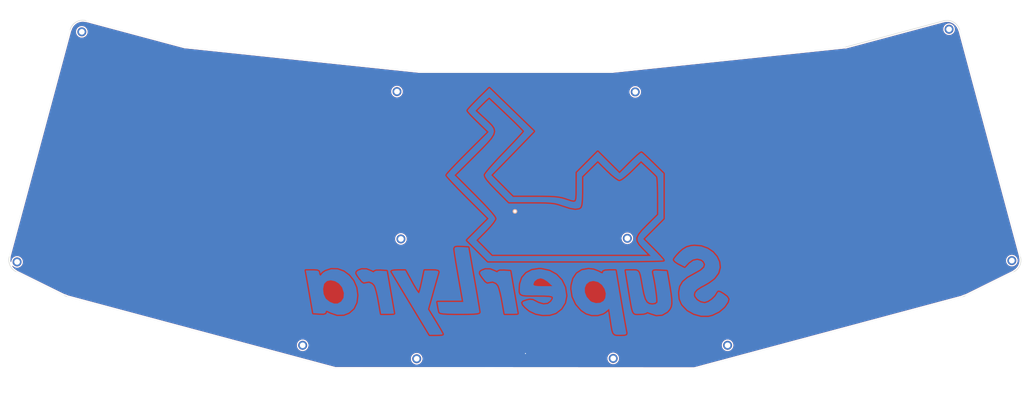
<source format=kicad_pcb>
(kicad_pcb (version 20171130) (host pcbnew "(5.1.10)-1")

  (general
    (thickness 1.6)
    (drawings 18)
    (tracks 1)
    (zones 0)
    (modules 14)
    (nets 2)
  )

  (page A3)
  (title_block
    (title SuperLyra)
    (date 2021-09-12)
    (rev 0.1)
    (company "Black Cat Plasticworks")
  )

  (layers
    (0 F.Cu signal)
    (31 B.Cu signal)
    (32 B.Adhes user)
    (33 F.Adhes user)
    (34 B.Paste user)
    (35 F.Paste user)
    (36 B.SilkS user)
    (37 F.SilkS user)
    (38 B.Mask user)
    (39 F.Mask user)
    (40 Dwgs.User user hide)
    (41 Cmts.User user hide)
    (42 Eco1.User user hide)
    (43 Eco2.User user hide)
    (44 Edge.Cuts user)
    (45 Margin user hide)
    (46 B.CrtYd user)
    (47 F.CrtYd user)
    (48 B.Fab user)
    (49 F.Fab user)
  )

  (setup
    (last_trace_width 0.25)
    (trace_clearance 0.2)
    (zone_clearance 0.508)
    (zone_45_only no)
    (trace_min 0.127)
    (via_size 0.8)
    (via_drill 0.4)
    (via_min_size 0.4)
    (via_min_drill 0.3)
    (uvia_size 0.3)
    (uvia_drill 0.1)
    (uvias_allowed no)
    (uvia_min_size 0.2)
    (uvia_min_drill 0.1)
    (edge_width 0.05)
    (segment_width 0.2)
    (pcb_text_width 0.3)
    (pcb_text_size 1.5 1.5)
    (mod_edge_width 0.12)
    (mod_text_size 1 1)
    (mod_text_width 0.15)
    (pad_size 2.1 2.1)
    (pad_drill 2.1)
    (pad_to_mask_clearance 0)
    (aux_axis_origin 0 0)
    (visible_elements 7FFFBFFF)
    (pcbplotparams
      (layerselection 0x012fc_ffffffff)
      (usegerberextensions true)
      (usegerberattributes false)
      (usegerberadvancedattributes true)
      (creategerberjobfile false)
      (excludeedgelayer true)
      (linewidth 0.100000)
      (plotframeref false)
      (viasonmask false)
      (mode 1)
      (useauxorigin false)
      (hpglpennumber 1)
      (hpglpenspeed 20)
      (hpglpendiameter 15.000000)
      (psnegative false)
      (psa4output false)
      (plotreference true)
      (plotvalue false)
      (plotinvisibletext false)
      (padsonsilk false)
      (subtractmaskfromsilk true)
      (outputformat 1)
      (mirror false)
      (drillshape 0)
      (scaleselection 1)
      (outputdirectory "backplate_GerberOutput/"))
  )

  (net 0 "")
  (net 1 GND)

  (net_class Default "This is the default net class."
    (clearance 0.2)
    (trace_width 0.25)
    (via_dia 0.8)
    (via_drill 0.4)
    (uvia_dia 0.3)
    (uvia_drill 0.1)
    (diff_pair_width 0.8)
    (diff_pair_gap 0.25)
    (add_net GND)
  )

  (module gfx:SuperLyraLogoblackmaskbigpadver (layer B.Cu) (tedit 616208BF) (tstamp 61627A94)
    (at 210.947 130.302 180)
    (path /6287FF33)
    (fp_text reference H25 (at 0 0) (layer B.SilkS) hide
      (effects (font (size 1.524 1.524) (thickness 0.3)) (justify mirror))
    )
    (fp_text value Logo (at 0.75 0) (layer B.SilkS) hide
      (effects (font (size 1.524 1.524) (thickness 0.3)) (justify mirror))
    )
    (pad 10 smd custom (at 10.922 45.974 180) (size 1.524 1.524) (layers B.Cu B.Paste B.Mask)
      (options (clearance outline) (anchor circle))
      (primitives
        (gr_poly (pts
           (xy 4.191 -2.431577) (xy 5.841793 -4.098422) (xy 7.186379 -5.517386) (xy 8.080678 -6.532181) (xy 8.382 -6.977635)
           (xy 8.037876 -7.469862) (xy 7.104691 -8.502005) (xy 5.731217 -9.915516) (xy 4.315964 -11.310772) (xy 0.249928 -15.247843)
           (xy 8.379964 -23.365967) (xy 10.718814 -25.723451) (xy 12.794476 -27.857897) (xy 14.504668 -29.66063) (xy 15.747107 -31.022977)
           (xy 16.419511 -31.836265) (xy 16.51 -32.003999) (xy 16.165013 -32.498086) (xy 15.198261 -33.596186) (xy 13.712054 -35.189593)
           (xy 11.808702 -37.169598) (xy 9.590516 -39.427497) (xy 8.384323 -40.637679) (xy 0.258647 -48.75145) (xy 4.435757 -52.950371)
           (xy 8.612866 -57.149293) (xy 4.572351 -61.213646) (xy 0.531835 -65.278) (xy -33.389083 -65.278) (xy -39.157299 -65.272613)
           (xy -44.616508 -65.257059) (xy -49.683481 -65.232244) (xy -54.274988 -65.199076) (xy -58.307798 -65.158463) (xy -61.698683 -65.11131)
           (xy -64.364412 -65.058526) (xy -66.221756 -65.001017) (xy -67.187485 -64.939692) (xy -67.31 -64.908238) (xy -66.972602 -64.419288)
           (xy -66.058497 -63.379242) (xy -64.71482 -61.949964) (xy -63.384918 -60.590238) (xy -59.459836 -56.642) (xy -67.31 -48.745522)
           (xy -67.31 -47.267835) (xy -65.278 -47.267835) (xy -61.214 -51.308) (xy -59.185126 -53.389912) (xy -57.885887 -54.981642)
           (xy -57.287822 -56.269429) (xy -57.362469 -57.439511) (xy -58.081368 -58.678128) (xy -59.416058 -60.171519) (xy -59.799647 -60.563025)
           (xy -62.449294 -63.246) (xy -0.984196 -63.246) (xy 2.033591 -60.196392) (xy 5.051377 -57.146784) (xy 1.382688 -53.453446)
           (xy -0.199086 -51.766711) (xy -1.42775 -50.273916) (xy -2.153795 -49.166256) (xy -2.286 -48.76183) (xy -1.924463 -48.059528)
           (xy -0.882533 -46.738012) (xy 0.775766 -44.869518) (xy 2.986409 -42.526281) (xy 5.588287 -39.877712) (xy 13.462574 -31.99187)
           (xy 5.842287 -24.384286) (xy 3.028936 -21.564642) (xy 0.89529 -19.342746) (xy -0.594225 -17.594801) (xy -1.475184 -16.197009)
           (xy -1.783161 -15.025572) (xy -1.553732 -13.956691) (xy -0.82247 -12.866567) (xy 0.375049 -11.631404) (xy 1.799168 -10.314394)
           (xy 5.376337 -7.038922) (xy 2.758994 -4.379968) (xy 1.476082 -3.116361) (xy 0.494851 -2.22438) (xy 0.002086 -1.872412)
           (xy -0.018057 -1.876507) (xy -0.420798 -2.258698) (xy -1.441603 -3.225009) (xy -2.960183 -4.66164) (xy -4.856249 -6.454793)
           (xy -6.819883 -8.311394) (xy -8.948935 -10.345821) (xy -10.795091 -12.151261) (xy -12.240641 -13.609197) (xy -13.167879 -14.601114)
           (xy -13.462 -14.999102) (xy -13.123453 -15.469222) (xy -12.177026 -16.551728) (xy -10.726542 -18.133933) (xy -8.875824 -20.103147)
           (xy -6.728696 -22.346683) (xy -5.969 -23.131951) (xy -3.726252 -25.48285) (xy -1.735099 -27.644084) (xy -0.103631 -29.492238)
           (xy 1.060065 -30.903896) (xy 1.6479 -31.755643) (xy 1.695825 -31.883685) (xy 1.514995 -32.612472) (xy 0.747127 -33.754883)
           (xy -0.670597 -35.39052) (xy -2.800995 -37.598981) (xy -2.866142 -37.664442) (xy -7.599934 -42.418) (xy -16.248168 -42.418)
           (xy -19.492144 -42.429085) (xy -21.92939 -42.476916) (xy -23.769065 -42.583358) (xy -25.220331 -42.770272) (xy -26.492348 -43.059524)
           (xy -27.794277 -43.472977) (xy -28.397776 -43.687999) (xy -31.206412 -44.577041) (xy -33.260736 -44.91641) (xy -34.654956 -44.715247)
           (xy -35.204401 -44.348399) (xy -35.52241 -43.474337) (xy -35.72572 -41.621647) (xy -35.811279 -38.82155) (xy -35.814 -38.109497)
           (xy -35.814 -32.480195) (xy -38.863608 -29.462408) (xy -41.913216 -26.444622) (xy -45.606554 -30.113311) (xy -47.276327 -31.679264)
           (xy -48.763505 -32.905805) (xy -49.873308 -33.64042) (xy -50.292 -33.782) (xy -51.063165 -33.437186) (xy -52.333728 -32.504942)
           (xy -53.907687 -31.138567) (xy -54.958118 -30.13251) (xy -58.632128 -26.48302) (xy -61.574064 -29.23089) (xy -63.012935 -30.595517)
           (xy -64.168693 -31.729795) (xy -64.831571 -32.42691) (xy -64.889222 -32.49938) (xy -65.024807 -33.17311) (xy -65.139542 -34.663065)
           (xy -65.223475 -36.769526) (xy -65.266651 -39.292776) (xy -65.270222 -40.143917) (xy -65.278 -47.267835) (xy -67.31 -47.267835)
           (xy -67.31 -31.356052) (xy -63.24001 -27.362026) (xy -61.576559 -25.750431) (xy -60.169173 -24.425753) (xy -59.179844 -23.537983)
           (xy -58.786058 -23.238016) (xy -58.296539 -23.524808) (xy -57.258879 -24.40184) (xy -55.83094 -25.728721) (xy -54.358317 -27.175669)
           (xy -50.314536 -31.243307) (xy -46.109101 -27.059718) (xy -41.903665 -22.876128) (xy -33.821203 -30.988) (xy -33.801602 -36.703)
           (xy -33.788752 -39.305657) (xy -33.691815 -41.022233) (xy -33.391432 -41.982033) (xy -32.768242 -42.314362) (xy -31.702883 -42.148526)
           (xy -30.075995 -41.61383) (xy -29.464 -41.402) (xy -28.191103 -41.013885) (xy -26.85121 -40.736558) (xy -25.244674 -40.552602)
           (xy -23.171847 -40.444604) (xy -20.433084 -40.395149) (xy -17.816257 -40.386) (xy -9.121569 -40.386) (xy -4.923691 -36.1662)
           (xy -0.725812 -31.946401) (xy -4.429608 -28.1652) (xy -6.348175 -26.200352) (xy -8.648674 -23.835043) (xy -11.008758 -21.401097)
           (xy -12.66784 -19.684789) (xy -17.202275 -14.985578) (xy -8.601138 -6.633582) (xy 0 1.718414) (xy 4.191 -2.431577)
) (width 0.01))
      ))
    (pad 9 smd custom (at -66.802 -29.464 180) (size 1.524 1.524) (layers B.Cu B.Paste B.Mask)
      (options (clearance outline) (anchor circle))
      (primitives
        (gr_poly (pts
           (xy -0.301868 15.997643) (xy 1.388196 15.558185) (xy 2.874 14.66488) (xy 4.179251 13.480433) (xy 5.335273 12.237113)
           (xy 6.122678 11.223235) (xy 6.35 10.745167) (xy 5.935659 10.195189) (xy 4.888824 9.459653) (xy 4.290543 9.129993)
           (xy 2.231087 8.079337) (xy 0.784729 9.627669) (xy -0.841842 10.811567) (xy -2.613476 11.213346) (xy -4.258838 10.808479)
           (xy -5.081868 10.157937) (xy -5.691956 8.983424) (xy -5.364743 7.803356) (xy -4.076395 6.5833) (xy -1.803079 5.28882)
           (xy -1.666129 5.222957) (xy 1.055007 3.70752) (xy 2.880257 2.1293) (xy 3.9264 0.343297) (xy 4.310218 -1.795484)
           (xy 4.318 -2.207052) (xy 4.116476 -4.375042) (xy 3.407124 -6.142739) (xy 3.030706 -6.738573) (xy 1.136983 -8.705105)
           (xy -1.343303 -10.117709) (xy -4.116668 -10.879782) (xy -6.889624 -10.894721) (xy -8.421922 -10.508303) (xy -11.023568 -9.245491)
           (xy -12.949931 -7.575467) (xy -13.356851 -7.077254) (xy -14.373742 -5.578051) (xy -14.62945 -4.512228) (xy -14.092782 -3.606505)
           (xy -12.853467 -2.667171) (xy -11.560032 -1.878814) (xy -10.852115 -1.667833) (xy -10.520917 -1.978112) (xy -10.500745 -2.034838)
           (xy -9.717092 -3.34153) (xy -8.399328 -4.638957) (xy -6.893209 -5.64892) (xy -5.544492 -6.093224) (xy -5.453309 -6.096)
           (xy -3.856431 -5.743818) (xy -2.425813 -4.851607) (xy -1.477755 -3.665863) (xy -1.27 -2.835862) (xy -1.534178 -1.745081)
           (xy -2.42061 -0.726532) (xy -4.070146 0.353129) (xy -5.334 1.011574) (xy -7.113157 2.05451) (xy -8.811478 3.303314)
           (xy -9.265715 3.705293) (xy -10.720756 5.653867) (xy -11.292876 7.748755) (xy -11.076866 9.859968) (xy -10.167515 11.857522)
           (xy -8.659611 13.611429) (xy -6.647944 14.991702) (xy -4.227303 15.868354) (xy -1.492476 16.1114) (xy -0.301868 15.997643)
) (width 0.01))
      ))
    (pad 8 smd custom (at -46.736 -36.83 180) (size 1.524 1.524) (layers B.Cu B.Paste B.Mask)
      (options (clearance outline) (anchor circle))
      (primitives
        (gr_poly (pts
           (xy 2.495409 13.97) (xy 4.922352 13.97) (xy 3.727382 6.731) (xy 3.185808 3.415462) (xy 2.774568 0.967834)
           (xy 2.435523 -0.742335) (xy 2.110532 -1.845501) (xy 1.741456 -2.472117) (xy 1.270154 -2.752636) (xy 0.638486 -2.817513)
           (xy -0.211688 -2.797202) (xy -0.517679 -2.794) (xy -1.963397 -2.699943) (xy -2.879313 -2.459544) (xy -3.048 -2.272954)
           (xy -3.432225 -2.114743) (xy -4.407488 -2.456909) (xy -4.546773 -2.526954) (xy -6.893367 -3.276452) (xy -9.104879 -3.097459)
           (xy -11.014592 -2.007721) (xy -11.215077 -1.817076) (xy -11.943579 -0.969813) (xy -12.411222 -0.034844) (xy -12.627308 1.16369)
           (xy -12.601139 2.801651) (xy -12.342015 5.054897) (xy -11.859238 8.099291) (xy -11.767945 8.636) (xy -10.899039 13.716)
           (xy -8.181243 13.871708) (xy -6.621007 13.93442) (xy -5.850036 13.827639) (xy -5.644439 13.457817) (xy -5.749673 12.855708)
           (xy -6.170019 10.914376) (xy -6.5747 8.668151) (xy -6.928784 6.368267) (xy -7.197337 4.265953) (xy -7.345427 2.612441)
           (xy -7.338119 1.658962) (xy -7.317448 1.580657) (xy -6.544686 0.936205) (xy -5.291361 0.762) (xy -4.071632 0.945271)
           (xy -3.137764 1.58762) (xy -2.408312 2.827857) (xy -1.801835 4.804792) (xy -1.236886 7.657232) (xy -1.233259 7.678426)
           (xy -0.787041 10.279041) (xy -0.435251 12.043361) (xy -0.082041 13.133117) (xy 0.368439 13.710039) (xy 1.012035 13.935855)
           (xy 1.944596 13.972297) (xy 2.495409 13.97)) (width 0.01))
      ))
    (pad 7 smd custom (at -24.13 -32.512 180) (size 1.524 1.524) (layers B.Cu B.Paste B.Mask)
      (options (clearance outline) (anchor circle))
      (primitives
        (gr_poly (pts
           (xy -0.743279 9.724272) (xy 1.214906 8.470334) (xy 2.564021 6.474293) (xy 3.237044 3.814157) (xy 3.302 2.540001)
           (xy 2.823191 -0.509406) (xy 1.486814 -3.32543) (xy -0.557055 -5.658991) (xy -2.387773 -6.903352) (xy -4.513881 -7.559557)
           (xy -6.823384 -7.56209) (xy -8.913197 -6.939722) (xy -9.783036 -6.375513) (xy -11.262024 -5.131026) (xy -11.880608 -9.296513)
           (xy -12.258545 -11.814875) (xy -12.573081 -13.498696) (xy -12.928045 -14.515578) (xy -13.427261 -15.033124) (xy -14.174555 -15.218935)
           (xy -15.273753 -15.240614) (xy -15.562466 -15.24) (xy -17.065726 -15.19095) (xy -17.771954 -14.987783) (xy -17.897698 -14.546469)
           (xy -17.853464 -14.351) (xy -17.700622 -13.610404) (xy -17.408739 -12.021902) (xy -17.004955 -9.739903) (xy -16.516412 -6.918817)
           (xy -15.970252 -3.713054) (xy -15.66573 -1.905) (xy -15.227711 0.706085) (xy -9.964982 0.706085) (xy -9.731864 -1.030206)
           (xy -9.065267 -2.118999) (xy -7.784642 -2.857254) (xy -6.118591 -2.977827) (xy -4.490191 -2.478324) (xy -3.996457 -2.147704)
           (xy -2.596376 -0.571467) (xy -1.891114 1.169405) (xy -1.84943 2.865024) (xy -2.440082 4.305502) (xy -3.63183 5.28095)
           (xy -5.147883 5.588) (xy -6.968228 5.161706) (xy -8.459981 4.04439) (xy -9.499961 2.4784) (xy -9.964982 0.706085)
           (xy -15.227711 0.706085) (xy -13.726998 9.652) (xy -11.308499 9.652) (xy -9.749218 9.560887) (xy -9.012743 9.25012)
           (xy -8.89 8.897467) (xy -8.736451 8.49487) (xy -8.136697 8.641712) (xy -7.239 9.149568) (xy -5.221949 9.92849)
           (xy -3.243509 10.158102) (xy -0.743279 9.724272)) (width 0.01))
      ))
    (pad 6 smd custom (at -6.858 -30.48 180) (size 1.524 1.524) (layers B.Cu B.Paste B.Mask)
      (options (clearance outline) (anchor circle))
      (primitives
        (gr_poly (pts
           (xy 1.307888 7.716676) (xy 3.509959 6.566491) (xy 5.061064 4.785798) (xy 5.829368 2.484846) (xy 5.873834 2.032)
           (xy 5.986184 0.374779) (xy 5.965395 -0.758965) (xy 5.656277 -1.468058) (xy 4.903642 -1.851325) (xy 3.5523 -2.007592)
           (xy 1.447064 -2.035683) (xy -0.508 -2.032) (xy -3.323871 -2.05305) (xy -5.238774 -2.149588) (xy -6.367422 -2.371694)
           (xy -6.824531 -2.769449) (xy -6.724814 -3.392932) (xy -6.182985 -4.292226) (xy -6.067195 -4.458966) (xy -4.857344 -5.36783)
           (xy -3.156641 -5.547295) (xy -1.183828 -4.995102) (xy -0.284192 -4.518695) (xy 1.031338 -3.846372) (xy 2.154621 -3.739282)
           (xy 3.391706 -4.030858) (xy 4.597759 -4.452624) (xy 4.99664 -4.865571) (xy 4.770424 -5.492501) (xy 4.691898 -5.62189)
           (xy 3.893517 -6.530202) (xy 2.632512 -7.61004) (xy 2.105234 -7.995974) (xy -0.148123 -9.060429) (xy -2.815845 -9.573144)
           (xy -5.502227 -9.502583) (xy -7.811567 -8.81721) (xy -7.863874 -8.790461) (xy -10.014275 -7.138637) (xy -11.406897 -4.89291)
           (xy -11.92597 -2.24438) (xy -11.926844 -2.083875) (xy -11.451864 1.087595) (xy -11.226104 1.553783) (xy -6.604 1.553783)
           (xy -2.921 1.538892) (xy -0.928872 1.576824) (xy 0.224498 1.732942) (xy 0.712819 2.04077) (xy 0.762 2.249715)
           (xy 0.316314 3.370035) (xy -0.774801 4.244823) (xy -2.060272 4.572) (xy -3.191142 4.239488) (xy -4.532819 3.408175)
           (xy -4.944986 3.062892) (xy -6.604 1.553783) (xy -11.226104 1.553783) (xy -10.13642 3.803946) (xy -8.096628 5.952413)
           (xy -5.448607 7.420231) (xy -2.308474 8.094636) (xy -1.413317 8.126102) (xy 1.307888 7.716676)) (width 0.01))
      ))
    (pad 5 smd custom (at 3.556 -37.592 180) (size 1.524 1.524) (layers B.Cu B.Paste B.Mask)
      (options (clearance outline) (anchor circle))
      (primitives
        (gr_poly (pts
           (xy 10.382358 14.563956) (xy 10.887445 14.105272) (xy 10.932023 13.58939) (xy 10.45775 12.73614) (xy 9.81179 11.823967)
           (xy 8.822703 10.593983) (xy 8.107813 10.11407) (xy 7.454871 10.242323) (xy 7.450087 10.244991) (xy 6.072713 10.493177)
           (xy 4.691994 9.903235) (xy 3.854967 8.978472) (xy 3.470844 8.011009) (xy 3.007002 6.321656) (xy 2.536105 4.193033)
           (xy 2.297547 2.921) (xy 1.43009 -2.032) (xy -1.062955 -2.032) (xy -2.492755 -2.008764) (xy -3.385828 -1.949458)
           (xy -3.538122 -1.905) (xy -3.450115 -1.387895) (xy -3.218224 -0.039446) (xy -2.871713 1.970552) (xy -2.439844 4.472307)
           (xy -2.115417 6.35) (xy -0.710591 14.478) (xy 1.676704 14.632834) (xy 3.324125 14.619717) (xy 4.035863 14.311137)
           (xy 4.064 14.193409) (xy 4.401841 13.960398) (xy 5.316126 14.419575) (xy 7.085905 15.114919) (xy 8.9619 15.136515)
           (xy 10.382358 14.563956)) (width 0.01))
      ))
    (pad 4 smd custom (at 19.812 -28.448 180) (size 1.524 1.524) (layers B.Cu B.Paste B.Mask)
      (options (clearance outline) (anchor circle))
      (primitives
        (gr_poly (pts
           (xy 4.279852 14.521573) (xy 4.553496 14.105569) (xy 4.568481 13.869548) (xy 4.482813 13.100767) (xy 4.246309 11.502634)
           (xy 3.886294 9.246057) (xy 3.430092 6.501942) (xy 2.905027 3.441196) (xy 2.858636 3.175) (xy 1.152309 -6.604)
           (xy 11.1506 -6.604) (xy 10.86534 -8.255) (xy 10.608914 -9.597746) (xy 10.388526 -10.532621) (xy 10.385984 -10.541)
           (xy 10.014267 -10.804112) (xy 9.014449 -10.990273) (xy 7.280341 -11.108095) (xy 4.705753 -11.166188) (xy 2.555943 -11.176)
           (xy -0.549202 -11.154715) (xy -2.750015 -11.084687) (xy -4.157396 -10.956649) (xy -4.882248 -10.761336) (xy -5.04495 -10.541)
           (xy -4.951022 -9.881124) (xy -4.705825 -8.365845) (xy -4.333813 -6.140445) (xy -3.859438 -3.35021) (xy -3.307156 -0.140423)
           (xy -2.88595 2.286) (xy -0.762 14.478) (xy 1.905 14.631548) (xy 3.4768 14.674075) (xy 4.279852 14.521573)
) (width 0.01))
      ))
    (pad 3 smd custom (at 45.466 -24.638 180) (size 1.524 1.524) (layers B.Cu B.Paste B.Mask)
      (options (clearance outline) (anchor circle))
      (primitives
        (gr_poly (pts
           (xy -8.616764 -2.561933) (xy -8.169466 -4.53595) (xy -7.754092 -6.094823) (xy -7.437699 -6.996776) (xy -7.352446 -7.120377)
           (xy -6.979147 -6.797019) (xy -6.251158 -5.751128) (xy -5.28492 -4.160332) (xy -4.515444 -2.792601) (xy -2.032 1.753684)
           (xy 0.677333 1.765842) (xy 2.143773 1.707476) (xy 3.054906 1.544289) (xy 3.217333 1.388533) (xy 2.920337 0.867516)
           (xy 2.166973 -0.407791) (xy 1.026182 -2.322022) (xy -0.433096 -4.759807) (xy -2.141921 -7.605777) (xy -4.031353 -10.744565)
           (xy -4.219956 -11.057467) (xy -11.487911 -23.114) (xy -13.998956 -23.114) (xy -15.438845 -23.071031) (xy -16.3472 -22.961296)
           (xy -16.51 -22.877861) (xy -16.262518 -22.373808) (xy -15.592376 -21.191466) (xy -14.608029 -19.518671) (xy -13.656307 -17.935557)
           (xy -10.802614 -13.229392) (xy -12.723405 -6.360696) (xy -13.435064 -3.82748) (xy -14.061014 -1.621084) (xy -14.544878 0.061367)
           (xy -14.830279 1.022749) (xy -14.869448 1.143) (xy -14.685393 1.533166) (xy -13.703937 1.734001) (xy -12.311113 1.778)
           (xy -9.527526 1.778) (xy -8.616764 -2.561933)) (width 0.01))
      ))
    (pad 2 smd custom (at 59.436 -24.638 180) (size 1.524 1.524) (layers B.Cu B.Paste B.Mask)
      (options (clearance outline) (anchor circle))
      (primitives
        (gr_poly (pts
           (xy 2.254358 1.609956) (xy 2.759445 1.151272) (xy 2.804023 0.63539) (xy 2.32975 -0.21786) (xy 1.68379 -1.130033)
           (xy 0.694703 -2.360017) (xy -0.020187 -2.83993) (xy -0.673129 -2.711677) (xy -0.677913 -2.709009) (xy -2.055287 -2.460823)
           (xy -3.436006 -3.050765) (xy -4.273033 -3.975528) (xy -4.657156 -4.942991) (xy -5.120998 -6.632344) (xy -5.591895 -8.760967)
           (xy -5.830453 -10.033) (xy -6.69791 -14.986) (xy -9.190955 -14.986) (xy -10.620755 -14.962764) (xy -11.513828 -14.903458)
           (xy -11.666122 -14.859) (xy -11.578115 -14.341895) (xy -11.346224 -12.993446) (xy -10.999713 -10.983448) (xy -10.567844 -8.481693)
           (xy -10.243417 -6.604) (xy -8.838591 1.524) (xy -6.451296 1.678834) (xy -4.803875 1.665717) (xy -4.092137 1.357137)
           (xy -4.064 1.239409) (xy -3.726159 1.006398) (xy -2.811874 1.465575) (xy -1.042095 2.160919) (xy 0.8339 2.182515)
           (xy 2.254358 1.609956)) (width 0.01))
      ))
    (pad 1 smd custom (at 79.248 -25.146 180) (size 1.524 1.524) (layers B.Cu B.Paste B.Mask)
      (options (clearance outline) (anchor circle))
      (primitives
        (gr_poly (pts
           (xy -5.054773 2.018955) (xy -4.030946 1.355215) (xy -3.559513 0.784714) (xy -3.556 0.748955) (xy -3.169029 0.268288)
           (xy -3.048 0.254) (xy -2.635259 0.679475) (xy -2.54 1.27) (xy -2.407522 1.877262) (xy -1.844199 2.181431)
           (xy -0.601195 2.281145) (xy 0.023019 2.286) (xy 2.586038 2.286) (xy 2.277281 0.635) (xy 2.074559 -0.488093)
           (xy 1.744222 -2.361204) (xy 1.330321 -4.732957) (xy 0.876905 -7.351979) (xy 0.830707 -7.62) (xy -0.30711 -14.224)
           (xy -2.693555 -14.378833) (xy -4.191898 -14.404325) (xy -4.912733 -14.186944) (xy -5.08 -13.742847) (xy -5.206268 -13.31189)
           (xy -5.734452 -13.362543) (xy -6.888626 -13.921513) (xy -6.977477 -13.969013) (xy -9.541811 -14.849284) (xy -12.072216 -14.790135)
           (xy -14.072338 -13.990566) (xy -15.886297 -12.356883) (xy -16.94352 -10.102194) (xy -17.272 -7.297615) (xy -17.152799 -6.425452)
           (xy -12.120639 -6.425452) (xy -11.979821 -8.295702) (xy -11.046601 -9.744538) (xy -9.652 -10.523997) (xy -8.275107 -10.511337)
           (xy -6.687669 -9.868234) (xy -5.294832 -8.772441) (xy -5.076942 -8.51673) (xy -4.301505 -6.851761) (xy -4.080597 -4.843167)
           (xy -4.462012 -3.016294) (xy -4.558601 -2.819037) (xy -5.585983 -1.825378) (xy -7.040936 -1.523709) (xy -8.663591 -1.857899)
           (xy -10.19408 -2.771818) (xy -11.372535 -4.209336) (xy -11.421402 -4.301371) (xy -12.120639 -6.425452) (xy -17.152799 -6.425452)
           (xy -16.872735 -4.376316) (xy -15.771616 -1.807035) (xy -14.113653 0.299643) (xy -12.043861 1.833137) (xy -9.707252 2.682863)
           (xy -7.248838 2.738237) (xy -5.054773 2.018955)) (width 0.01))
      ))
  )

  (module Keebio:SinglePad (layer F.Cu) (tedit 597B4593) (tstamp 61624E6F)
    (at 209.931 130.302)
    (path /61706996)
    (fp_text reference J1 (at 0 -1.778) (layer Dwgs.User) hide
      (effects (font (size 1 1) (thickness 0.2)))
    )
    (fp_text value Conn_01x01_Female (at 0 1.778) (layer F.SilkS) hide
      (effects (font (size 1 1) (thickness 0.2)))
    )
    (pad 1 thru_hole circle (at 0 0 270) (size 1.7526 1.7526) (drill 1.0922) (layers *.Cu *.SilkS *.Mask)
      (net 1 GND))
  )

  (module MountingHole:MountingHole_2.2mm_M2_ISO7380_Pad (layer F.Cu) (tedit 56D1B4CB) (tstamp 61486D72)
    (at 42.545 60.833)
    (descr "Mounting Hole 2.2mm, M2, ISO7380")
    (tags "mounting hole 2.2mm m2 iso7380")
    (path /6278166C)
    (attr virtual)
    (fp_text reference H1 (at 0 -2.75) (layer Dwgs.User)
      (effects (font (size 1 1) (thickness 0.15)))
    )
    (fp_text value MountingHole (at 0 2.75) (layer Dwgs.User)
      (effects (font (size 1 1) (thickness 0.15)))
    )
    (fp_circle (center 0 0) (end 1.75 0) (layer Cmts.User) (width 0.15))
    (fp_circle (center 0 0) (end 2 0) (layer F.CrtYd) (width 0.05))
    (fp_text user %R (at 0.3 0) (layer Dwgs.User)
      (effects (font (size 1 1) (thickness 0.15)))
    )
    (pad 1 thru_hole circle (at 0 0) (size 3.5 3.5) (drill 2.2) (layers *.Cu *.Mask))
  )

  (module MountingHole:MountingHole_2.2mm_M2_ISO7380_Pad (layer F.Cu) (tedit 56D1B4CB) (tstamp 61486D92)
    (at 127.889 182.118)
    (descr "Mounting Hole 2.2mm, M2, ISO7380")
    (tags "mounting hole 2.2mm m2 iso7380")
    (path /62784E60)
    (attr virtual)
    (fp_text reference H5 (at 0 -2.75) (layer Dwgs.User)
      (effects (font (size 1 1) (thickness 0.15)))
    )
    (fp_text value MountingHole (at 0 2.75) (layer Dwgs.User)
      (effects (font (size 1 1) (thickness 0.15)))
    )
    (fp_circle (center 0 0) (end 1.75 0) (layer Cmts.User) (width 0.15))
    (fp_circle (center 0 0) (end 2 0) (layer F.CrtYd) (width 0.05))
    (fp_text user %R (at 0.3 0) (layer Dwgs.User)
      (effects (font (size 1 1) (thickness 0.15)))
    )
    (pad 1 thru_hole circle (at 0 0) (size 3.5 3.5) (drill 2.2) (layers *.Cu *.Mask))
  )

  (module MountingHole:MountingHole_2.2mm_M2_ISO7380_Pad (layer F.Cu) (tedit 56D1B4CB) (tstamp 61486DA2)
    (at 165.862 140.97)
    (descr "Mounting Hole 2.2mm, M2, ISO7380")
    (tags "mounting hole 2.2mm m2 iso7380")
    (path /6277F8FC)
    (attr virtual)
    (fp_text reference H7 (at 0 -2.75) (layer Dwgs.User)
      (effects (font (size 1 1) (thickness 0.15)))
    )
    (fp_text value MountingHole (at 0 2.75) (layer Dwgs.User)
      (effects (font (size 1 1) (thickness 0.15)))
    )
    (fp_circle (center 0 0) (end 2 0) (layer F.CrtYd) (width 0.05))
    (fp_circle (center 0 0) (end 1.75 0) (layer Cmts.User) (width 0.15))
    (fp_text user %R (at 0.3 0) (layer Dwgs.User)
      (effects (font (size 1 1) (thickness 0.15)))
    )
    (pad 1 thru_hole circle (at 0 0) (size 3.5 3.5) (drill 2.2) (layers *.Cu *.Mask))
  )

  (module MountingHole:MountingHole_2.2mm_M2_ISO7380_Pad (layer F.Cu) (tedit 56D1B4CB) (tstamp 61486DAA)
    (at 17.526 149.86)
    (descr "Mounting Hole 2.2mm, M2, ISO7380")
    (tags "mounting hole 2.2mm m2 iso7380")
    (path /627B2147)
    (attr virtual)
    (fp_text reference H8 (at 0 -2.75) (layer Dwgs.User)
      (effects (font (size 1 1) (thickness 0.15)))
    )
    (fp_text value MountingHole (at 0 2.75) (layer Dwgs.User)
      (effects (font (size 1 1) (thickness 0.15)))
    )
    (fp_circle (center 0 0) (end 1.75 0) (layer Cmts.User) (width 0.15))
    (fp_circle (center 0 0) (end 2 0) (layer F.CrtYd) (width 0.05))
    (fp_text user %R (at 0.3 0) (layer Dwgs.User)
      (effects (font (size 1 1) (thickness 0.15)))
    )
    (pad 1 thru_hole circle (at 0 0) (size 3.5 3.5) (drill 2.2) (layers *.Cu *.Mask))
  )

  (module MountingHole:MountingHole_2.2mm_M2_ISO7380_Pad (layer F.Cu) (tedit 56D1B4CB) (tstamp 61486DB2)
    (at 171.958 187.325)
    (descr "Mounting Hole 2.2mm, M2, ISO7380")
    (tags "mounting hole 2.2mm m2 iso7380")
    (path /627CE867)
    (attr virtual)
    (fp_text reference H9 (at 0 -2.75) (layer Dwgs.User)
      (effects (font (size 1 1) (thickness 0.15)))
    )
    (fp_text value MountingHole (at 0 2.75) (layer Dwgs.User)
      (effects (font (size 1 1) (thickness 0.15)))
    )
    (fp_circle (center 0 0) (end 2 0) (layer F.CrtYd) (width 0.05))
    (fp_circle (center 0 0) (end 1.75 0) (layer Cmts.User) (width 0.15))
    (fp_text user %R (at 0.3 0) (layer Dwgs.User)
      (effects (font (size 1 1) (thickness 0.15)))
    )
    (pad 1 thru_hole circle (at 0 0) (size 3.5 3.5) (drill 2.2) (layers *.Cu *.Mask))
  )

  (module MountingHole:MountingHole_2.2mm_M2_ISO7380_Pad (layer F.Cu) (tedit 56D1B4CB) (tstamp 61486DBA)
    (at 164.338 83.947)
    (descr "Mounting Hole 2.2mm, M2, ISO7380")
    (tags "mounting hole 2.2mm m2 iso7380")
    (path /627CE899)
    (attr virtual)
    (fp_text reference H10 (at 0 -2.75) (layer Dwgs.User)
      (effects (font (size 1 1) (thickness 0.15)))
    )
    (fp_text value MountingHole (at 0 2.75) (layer Dwgs.User)
      (effects (font (size 1 1) (thickness 0.15)))
    )
    (fp_circle (center 0 0) (end 2 0) (layer F.CrtYd) (width 0.05))
    (fp_circle (center 0 0) (end 1.75 0) (layer Cmts.User) (width 0.15))
    (fp_text user %R (at 0.3 0) (layer Dwgs.User)
      (effects (font (size 1 1) (thickness 0.15)))
    )
    (pad 1 thru_hole circle (at 0 0) (size 3.5 3.5) (drill 2.2) (layers *.Cu *.Mask))
  )

  (module MountingHole:MountingHole_2.2mm_M2_ISO7380_Pad (layer F.Cu) (tedit 56D1B4CB) (tstamp 61486DC2)
    (at 256.413 84.074)
    (descr "Mounting Hole 2.2mm, M2, ISO7380")
    (tags "mounting hole 2.2mm m2 iso7380")
    (path /627CE88F)
    (attr virtual)
    (fp_text reference H11 (at 0 -2.75) (layer Dwgs.User)
      (effects (font (size 1 1) (thickness 0.15)))
    )
    (fp_text value MountingHole (at 0 2.75) (layer Dwgs.User)
      (effects (font (size 1 1) (thickness 0.15)))
    )
    (fp_circle (center 0 0) (end 1.75 0) (layer Cmts.User) (width 0.15))
    (fp_circle (center 0 0) (end 2 0) (layer F.CrtYd) (width 0.05))
    (fp_text user %R (at 0.3 0) (layer Dwgs.User)
      (effects (font (size 1 1) (thickness 0.15)))
    )
    (pad 1 thru_hole circle (at 0 0) (size 3.5 3.5) (drill 2.2) (layers *.Cu *.Mask))
  )

  (module MountingHole:MountingHole_2.2mm_M2_ISO7380_Pad (layer F.Cu) (tedit 56D1B4CB) (tstamp 61486DCA)
    (at 253.365 140.716)
    (descr "Mounting Hole 2.2mm, M2, ISO7380")
    (tags "mounting hole 2.2mm m2 iso7380")
    (path /627CE885)
    (attr virtual)
    (fp_text reference H12 (at 0 -2.75) (layer Dwgs.User)
      (effects (font (size 1 1) (thickness 0.15)))
    )
    (fp_text value MountingHole (at 0 2.75) (layer Dwgs.User)
      (effects (font (size 1 1) (thickness 0.15)))
    )
    (fp_circle (center 0 0) (end 2 0) (layer F.CrtYd) (width 0.05))
    (fp_circle (center 0 0) (end 1.75 0) (layer Cmts.User) (width 0.15))
    (fp_text user %R (at 0.3 0) (layer Dwgs.User)
      (effects (font (size 1 1) (thickness 0.15)))
    )
    (pad 1 thru_hole circle (at 0 0) (size 3.5 3.5) (drill 2.2) (layers *.Cu *.Mask))
  )

  (module MountingHole:MountingHole_2.2mm_M2_ISO7380_Pad (layer F.Cu) (tedit 56D1B4CB) (tstamp 61486DD2)
    (at 401.955 149.352)
    (descr "Mounting Hole 2.2mm, M2, ISO7380")
    (tags "mounting hole 2.2mm m2 iso7380")
    (path /627CE87B)
    (attr virtual)
    (fp_text reference H13 (at 0 -2.75) (layer Dwgs.User)
      (effects (font (size 1 1) (thickness 0.15)))
    )
    (fp_text value MountingHole (at 0 2.75) (layer Dwgs.User)
      (effects (font (size 1 1) (thickness 0.15)))
    )
    (fp_circle (center 0 0) (end 1.75 0) (layer Cmts.User) (width 0.15))
    (fp_circle (center 0 0) (end 2 0) (layer F.CrtYd) (width 0.05))
    (fp_text user %R (at 0.3 0) (layer Dwgs.User)
      (effects (font (size 1 1) (thickness 0.15)))
    )
    (pad 1 thru_hole circle (at 0 0) (size 3.5 3.5) (drill 2.2) (layers *.Cu *.Mask))
  )

  (module MountingHole:MountingHole_2.2mm_M2_ISO7380_Pad (layer F.Cu) (tedit 56D1B4CB) (tstamp 61486DE2)
    (at 247.904 187.198)
    (descr "Mounting Hole 2.2mm, M2, ISO7380")
    (tags "mounting hole 2.2mm m2 iso7380")
    (path /627CD5E5)
    (attr virtual)
    (fp_text reference H15 (at 0 -2.75) (layer Dwgs.User)
      (effects (font (size 1 1) (thickness 0.15)))
    )
    (fp_text value MountingHole (at 0 2.75) (layer Dwgs.User)
      (effects (font (size 1 1) (thickness 0.15)))
    )
    (fp_circle (center 0 0) (end 1.75 0) (layer Cmts.User) (width 0.15))
    (fp_circle (center 0 0) (end 2 0) (layer F.CrtYd) (width 0.05))
    (fp_text user %R (at 0.3 0) (layer Dwgs.User)
      (effects (font (size 1 1) (thickness 0.15)))
    )
    (pad 1 thru_hole circle (at 0 0) (size 3.5 3.5) (drill 2.2) (layers *.Cu *.Mask))
  )

  (module MountingHole:MountingHole_2.2mm_M2_ISO7380_Pad (layer F.Cu) (tedit 56D1B4CB) (tstamp 61486DEA)
    (at 292.1 182.118)
    (descr "Mounting Hole 2.2mm, M2, ISO7380")
    (tags "mounting hole 2.2mm m2 iso7380")
    (path /627CE8A3)
    (attr virtual)
    (fp_text reference H16 (at 0 -2.75) (layer Dwgs.User)
      (effects (font (size 1 1) (thickness 0.15)))
    )
    (fp_text value MountingHole (at 0 2.75) (layer Dwgs.User)
      (effects (font (size 1 1) (thickness 0.15)))
    )
    (fp_circle (center 0 0) (end 1.75 0) (layer Cmts.User) (width 0.15))
    (fp_circle (center 0 0) (end 2 0) (layer F.CrtYd) (width 0.05))
    (fp_text user %R (at 0.3 0) (layer Dwgs.User)
      (effects (font (size 1 1) (thickness 0.15)))
    )
    (pad 1 thru_hole circle (at 0 0) (size 3.5 3.5) (drill 2.2) (layers *.Cu *.Mask))
  )

  (module MountingHole:MountingHole_2.2mm_M2_ISO7380_Pad (layer F.Cu) (tedit 56D1B4CB) (tstamp 61486E0A)
    (at 377.698 59.817)
    (descr "Mounting Hole 2.2mm, M2, ISO7380")
    (tags "mounting hole 2.2mm m2 iso7380")
    (path /627E05FA)
    (attr virtual)
    (fp_text reference H20 (at 0 -2.75) (layer Dwgs.User)
      (effects (font (size 1 1) (thickness 0.15)))
    )
    (fp_text value MountingHole (at 0 2.75) (layer Dwgs.User)
      (effects (font (size 1 1) (thickness 0.15)))
    )
    (fp_circle (center 0 0) (end 2 0) (layer F.CrtYd) (width 0.05))
    (fp_circle (center 0 0) (end 1.75 0) (layer Cmts.User) (width 0.15))
    (fp_text user %R (at 0.3 0) (layer Dwgs.User)
      (effects (font (size 1 1) (thickness 0.15)))
    )
    (pad 1 thru_hole circle (at 0 0) (size 3.5 3.5) (drill 2.2) (layers *.Cu *.Mask))
  )

  (gr_line (start 375.643114 56.579253) (end 337.600635 66.772705) (layer Edge.Cuts) (width 0.2) (tstamp 61485269))
  (gr_line (start 247.65 76.2) (end 337.600635 66.772705) (layer Edge.Cuts) (width 0.05) (tstamp 614B70D9))
  (gr_line (start 172.72 76.2) (end 247.65 76.2) (layer Edge.Cuts) (width 0.05) (tstamp 614B70D7))
  (gr_line (start 172.72 76.2) (end 82.209365 66.701636) (layer Edge.Cuts) (width 0.05) (tstamp 614B709A))
  (gr_line (start 44.166886 56.508184) (end 82.209365 66.701636) (layer Edge.Cuts) (width 0.05) (tstamp 614B705E))
  (gr_line (start 14.516257 147.847322) (end 38.043162 60.043718) (layer Edge.Cuts) (width 0.05) (tstamp 614B7022))
  (gr_line (start 35.865593 162.887336) (end 17.129753 153.623467) (layer Edge.Cuts) (width 0.05) (tstamp 614B701F))
  (gr_line (start 140.560747 191.04084) (end 36.787631 163.234917) (layer Edge.Cuts) (width 0.05) (tstamp 614B6FE3))
  (gr_line (start 279.249253 191.111909) (end 140.560747 191.04084) (layer Edge.Cuts) (width 0.05) (tstamp 614B6FA7))
  (gr_line (start 383.022369 163.305986) (end 279.249253 191.111909) (layer Edge.Cuts) (width 0.05) (tstamp 614B6F6B))
  (gr_line (start 402.680247 153.694536) (end 383.944407 162.958405) (layer Edge.Cuts) (width 0.05) (tstamp 614B6F2F))
  (gr_line (start 405.293743 147.918391) (end 381.766838 60.114787) (layer Edge.Cuts) (width 0.05) (tstamp 614B6EF3))
  (gr_arc (start 376.937209 61.408882) (end 375.643114 56.579253) (angle 90) (layer Edge.Cuts) (width 0.2))
  (gr_arc (start 400.464113 149.212487) (end 405.293743 147.918391) (angle 78.69006753) (layer Edge.Cuts) (width 0.2))
  (gr_arc (start 381.728274 158.476357) (end 383.944407 162.958405) (angle 11.30993247) (layer Edge.Cuts) (width 0.2))
  (gr_arc (start 38.081726 158.405288) (end 35.865593 162.887336) (angle -11.30993247) (layer Edge.Cuts) (width 0.2))
  (gr_arc (start 42.872791 61.337813) (end 44.166886 56.508184) (angle -90) (layer Edge.Cuts) (width 0.2))
  (gr_arc (start 19.345887 149.141418) (end 14.516257 147.847322) (angle -78.69006753) (layer Edge.Cuts) (width 0.2))

  (via (at 213.995 185.293) (size 0.8) (drill 0.4) (layers F.Cu B.Cu) (net 1))

  (zone (net 1) (net_name GND) (layer F.Cu) (tstamp 61627A6B) (hatch edge 0.508)
    (connect_pads yes (clearance 0.508))
    (min_thickness 0.254)
    (fill yes (arc_segments 32) (thermal_gap 0.508) (thermal_bridge_width 0.508))
    (polygon
      (pts
        (xy 403.86 51.054) (xy 405.892 51.562) (xy 405.638 186.182) (xy 214.63 205.994) (xy 14.986 173.736)
        (xy 10.922 93.472) (xy 27.686 48.514)
      )
    )
    (filled_polygon
      (pts
        (xy 43.368474 57.104132) (xy 44.029161 57.230165) (xy 44.159189 57.243144) (xy 44.289461 57.232891) (xy 44.305643 57.228646)
        (xy 81.994717 67.327403) (xy 82.012802 67.33503) (xy 82.05737 67.344191) (xy 82.069858 67.347537) (xy 82.089128 67.350719)
        (xy 82.10824 67.354647) (xy 82.121086 67.355995) (xy 82.16599 67.363409) (xy 82.185611 67.362766) (xy 172.588584 76.849833)
        (xy 172.590617 76.85045) (xy 172.653146 76.856608) (xy 172.683358 76.859779) (xy 172.685474 76.859793) (xy 172.687581 76.86)
        (xy 172.717976 76.86) (xy 172.780789 76.860401) (xy 172.782874 76.86) (xy 247.587084 76.86) (xy 247.589121 76.860392)
        (xy 247.651835 76.86) (xy 247.682419 76.86) (xy 247.684491 76.859796) (xy 247.686552 76.859783) (xy 247.716648 76.856629)
        (xy 247.779383 76.85045) (xy 247.781378 76.849845) (xy 337.343759 67.463242) (xy 337.363234 67.472066) (xy 337.504235 67.504942)
        (xy 337.648939 67.509679) (xy 337.755992 67.492005) (xy 367.276166 59.582098) (xy 375.313 59.582098) (xy 375.313 60.051902)
        (xy 375.404654 60.512679) (xy 375.58444 60.946721) (xy 375.84545 61.337349) (xy 376.177651 61.66955) (xy 376.568279 61.93056)
        (xy 377.002321 62.110346) (xy 377.463098 62.202) (xy 377.932902 62.202) (xy 378.393679 62.110346) (xy 378.827721 61.93056)
        (xy 379.218349 61.66955) (xy 379.55055 61.337349) (xy 379.81156 60.946721) (xy 379.991346 60.512679) (xy 380.083 60.051902)
        (xy 380.083 59.582098) (xy 379.991346 59.121321) (xy 379.81156 58.687279) (xy 379.55055 58.296651) (xy 379.218349 57.96445)
        (xy 378.827721 57.70344) (xy 378.393679 57.523654) (xy 377.932902 57.432) (xy 377.463098 57.432) (xy 377.002321 57.523654)
        (xy 376.568279 57.70344) (xy 376.177651 57.96445) (xy 375.84545 58.296651) (xy 375.58444 58.687279) (xy 375.404654 59.121321)
        (xy 375.313 59.582098) (xy 367.276166 59.582098) (xy 375.801731 57.29768) (xy 376.580566 57.161751) (xy 377.338309 57.165719)
        (xy 378.083367 57.303807) (xy 378.792202 57.571654) (xy 379.442393 57.960786) (xy 380.013407 58.458913) (xy 380.487185 59.050284)
        (xy 380.851524 59.721313) (xy 381.072721 60.356504) (xy 381.126496 60.475601) (xy 381.200511 60.583293) (xy 381.212279 60.595185)
        (xy 404.574123 147.782778) (xy 404.564066 147.830091) (xy 404.559962 147.9607) (xy 404.569688 148.044759) (xy 404.711245 148.855843)
        (xy 404.707277 149.613586) (xy 404.569189 150.358642) (xy 404.301345 151.067472) (xy 403.912205 151.717678) (xy 403.41408 152.288689)
        (xy 402.815379 152.768339) (xy 402.313247 153.057719) (xy 402.206277 153.132773) (xy 402.114289 153.225584) (xy 402.101224 153.244561)
        (xy 383.936259 162.226164) (xy 383.887891 162.225581) (xy 383.759013 162.247171) (xy 383.678494 162.273193) (xy 382.883604 162.581669)
        (xy 382.825268 162.597907) (xy 382.702994 162.644001) (xy 382.590814 162.71102) (xy 382.545511 162.750478) (xy 279.16253 190.451865)
        (xy 140.647807 190.380885) (xy 128.366423 187.090098) (xy 169.573 187.090098) (xy 169.573 187.559902) (xy 169.664654 188.020679)
        (xy 169.84444 188.454721) (xy 170.10545 188.845349) (xy 170.437651 189.17755) (xy 170.828279 189.43856) (xy 171.262321 189.618346)
        (xy 171.723098 189.71) (xy 172.192902 189.71) (xy 172.653679 189.618346) (xy 173.087721 189.43856) (xy 173.478349 189.17755)
        (xy 173.81055 188.845349) (xy 174.07156 188.454721) (xy 174.251346 188.020679) (xy 174.343 187.559902) (xy 174.343 187.090098)
        (xy 174.317739 186.963098) (xy 245.519 186.963098) (xy 245.519 187.432902) (xy 245.610654 187.893679) (xy 245.79044 188.327721)
        (xy 246.05145 188.718349) (xy 246.383651 189.05055) (xy 246.774279 189.31156) (xy 247.208321 189.491346) (xy 247.669098 189.583)
        (xy 248.138902 189.583) (xy 248.599679 189.491346) (xy 249.033721 189.31156) (xy 249.424349 189.05055) (xy 249.75655 188.718349)
        (xy 250.01756 188.327721) (xy 250.197346 187.893679) (xy 250.289 187.432902) (xy 250.289 186.963098) (xy 250.197346 186.502321)
        (xy 250.01756 186.068279) (xy 249.75655 185.677651) (xy 249.424349 185.34545) (xy 249.033721 185.08444) (xy 248.599679 184.904654)
        (xy 248.138902 184.813) (xy 247.669098 184.813) (xy 247.208321 184.904654) (xy 246.774279 185.08444) (xy 246.383651 185.34545)
        (xy 246.05145 185.677651) (xy 245.79044 186.068279) (xy 245.610654 186.502321) (xy 245.519 186.963098) (xy 174.317739 186.963098)
        (xy 174.251346 186.629321) (xy 174.07156 186.195279) (xy 173.81055 185.804651) (xy 173.478349 185.47245) (xy 173.087721 185.21144)
        (xy 172.653679 185.031654) (xy 172.192902 184.94) (xy 171.723098 184.94) (xy 171.262321 185.031654) (xy 170.828279 185.21144)
        (xy 170.437651 185.47245) (xy 170.10545 185.804651) (xy 169.84444 186.195279) (xy 169.664654 186.629321) (xy 169.573 187.090098)
        (xy 128.366423 187.090098) (xy 108.933634 181.883098) (xy 125.504 181.883098) (xy 125.504 182.352902) (xy 125.595654 182.813679)
        (xy 125.77544 183.247721) (xy 126.03645 183.638349) (xy 126.368651 183.97055) (xy 126.759279 184.23156) (xy 127.193321 184.411346)
        (xy 127.654098 184.503) (xy 128.123902 184.503) (xy 128.584679 184.411346) (xy 129.018721 184.23156) (xy 129.409349 183.97055)
        (xy 129.74155 183.638349) (xy 130.00256 183.247721) (xy 130.182346 182.813679) (xy 130.274 182.352902) (xy 130.274 181.883098)
        (xy 289.715 181.883098) (xy 289.715 182.352902) (xy 289.806654 182.813679) (xy 289.98644 183.247721) (xy 290.24745 183.638349)
        (xy 290.579651 183.97055) (xy 290.970279 184.23156) (xy 291.404321 184.411346) (xy 291.865098 184.503) (xy 292.334902 184.503)
        (xy 292.795679 184.411346) (xy 293.229721 184.23156) (xy 293.620349 183.97055) (xy 293.95255 183.638349) (xy 294.21356 183.247721)
        (xy 294.393346 182.813679) (xy 294.485 182.352902) (xy 294.485 181.883098) (xy 294.393346 181.422321) (xy 294.21356 180.988279)
        (xy 293.95255 180.597651) (xy 293.620349 180.26545) (xy 293.229721 180.00444) (xy 292.795679 179.824654) (xy 292.334902 179.733)
        (xy 291.865098 179.733) (xy 291.404321 179.824654) (xy 290.970279 180.00444) (xy 290.579651 180.26545) (xy 290.24745 180.597651)
        (xy 289.98644 180.988279) (xy 289.806654 181.422321) (xy 289.715 181.883098) (xy 130.274 181.883098) (xy 130.182346 181.422321)
        (xy 130.00256 180.988279) (xy 129.74155 180.597651) (xy 129.409349 180.26545) (xy 129.018721 180.00444) (xy 128.584679 179.824654)
        (xy 128.123902 179.733) (xy 127.654098 179.733) (xy 127.193321 179.824654) (xy 126.759279 180.00444) (xy 126.368651 180.26545)
        (xy 126.03645 180.597651) (xy 125.77544 180.988279) (xy 125.595654 181.422321) (xy 125.504 181.883098) (xy 108.933634 181.883098)
        (xy 37.264887 162.679516) (xy 37.22894 162.647149) (xy 37.117881 162.578289) (xy 37.040221 162.544683) (xy 36.239512 162.251665)
        (xy 36.184965 162.225349) (xy 36.06269 162.179255) (xy 35.934185 162.155544) (xy 35.874111 162.155277) (xy 17.706665 153.172449)
        (xy 17.677763 153.133661) (xy 17.582365 153.044358) (xy 17.512804 152.996174) (xy 16.810115 152.567083) (xy 16.243553 152.06389)
        (xy 15.825308 151.532207) (xy 16.005651 151.71255) (xy 16.396279 151.97356) (xy 16.830321 152.153346) (xy 17.291098 152.245)
        (xy 17.760902 152.245) (xy 18.221679 152.153346) (xy 18.655721 151.97356) (xy 19.046349 151.71255) (xy 19.37855 151.380349)
        (xy 19.63956 150.989721) (xy 19.819346 150.555679) (xy 19.911 150.094902) (xy 19.911 149.625098) (xy 19.819346 149.164321)
        (xy 19.799786 149.117098) (xy 399.57 149.117098) (xy 399.57 149.586902) (xy 399.661654 150.047679) (xy 399.84144 150.481721)
        (xy 400.10245 150.872349) (xy 400.434651 151.20455) (xy 400.825279 151.46556) (xy 401.259321 151.645346) (xy 401.720098 151.737)
        (xy 402.189902 151.737) (xy 402.650679 151.645346) (xy 403.084721 151.46556) (xy 403.475349 151.20455) (xy 403.80755 150.872349)
        (xy 404.06856 150.481721) (xy 404.248346 150.047679) (xy 404.34 149.586902) (xy 404.34 149.117098) (xy 404.248346 148.656321)
        (xy 404.06856 148.222279) (xy 403.80755 147.831651) (xy 403.475349 147.49945) (xy 403.084721 147.23844) (xy 402.650679 147.058654)
        (xy 402.189902 146.967) (xy 401.720098 146.967) (xy 401.259321 147.058654) (xy 400.825279 147.23844) (xy 400.434651 147.49945)
        (xy 400.10245 147.831651) (xy 399.84144 148.222279) (xy 399.661654 148.656321) (xy 399.57 149.117098) (xy 19.799786 149.117098)
        (xy 19.63956 148.730279) (xy 19.37855 148.339651) (xy 19.046349 148.00745) (xy 18.655721 147.74644) (xy 18.221679 147.566654)
        (xy 17.760902 147.475) (xy 17.291098 147.475) (xy 16.830321 147.566654) (xy 16.396279 147.74644) (xy 16.005651 148.00745)
        (xy 15.67345 148.339651) (xy 15.41244 148.730279) (xy 15.232654 149.164321) (xy 15.141 149.625098) (xy 15.141 149.7256)
        (xy 15.087832 149.326593) (xy 15.122765 148.560234) (xy 15.23687 147.992034) (xy 15.251108 147.862138) (xy 15.242117 147.731773)
        (xy 15.236486 147.709431) (xy 17.105252 140.735098) (xy 163.477 140.735098) (xy 163.477 141.204902) (xy 163.568654 141.665679)
        (xy 163.74844 142.099721) (xy 164.00945 142.490349) (xy 164.341651 142.82255) (xy 164.732279 143.08356) (xy 165.166321 143.263346)
        (xy 165.627098 143.355) (xy 166.096902 143.355) (xy 166.557679 143.263346) (xy 166.991721 143.08356) (xy 167.382349 142.82255)
        (xy 167.71455 142.490349) (xy 167.97556 142.099721) (xy 168.155346 141.665679) (xy 168.247 141.204902) (xy 168.247 140.735098)
        (xy 168.196477 140.481098) (xy 250.98 140.481098) (xy 250.98 140.950902) (xy 251.071654 141.411679) (xy 251.25144 141.845721)
        (xy 251.51245 142.236349) (xy 251.844651 142.56855) (xy 252.235279 142.82956) (xy 252.669321 143.009346) (xy 253.130098 143.101)
        (xy 253.599902 143.101) (xy 254.060679 143.009346) (xy 254.494721 142.82956) (xy 254.885349 142.56855) (xy 255.21755 142.236349)
        (xy 255.47856 141.845721) (xy 255.658346 141.411679) (xy 255.75 140.950902) (xy 255.75 140.481098) (xy 255.658346 140.020321)
        (xy 255.47856 139.586279) (xy 255.21755 139.195651) (xy 254.885349 138.86345) (xy 254.494721 138.60244) (xy 254.060679 138.422654)
        (xy 253.599902 138.331) (xy 253.130098 138.331) (xy 252.669321 138.422654) (xy 252.235279 138.60244) (xy 251.844651 138.86345)
        (xy 251.51245 139.195651) (xy 251.25144 139.586279) (xy 251.071654 140.020321) (xy 250.98 140.481098) (xy 168.196477 140.481098)
        (xy 168.155346 140.274321) (xy 167.97556 139.840279) (xy 167.71455 139.449651) (xy 167.382349 139.11745) (xy 166.991721 138.85644)
        (xy 166.557679 138.676654) (xy 166.096902 138.585) (xy 165.627098 138.585) (xy 165.166321 138.676654) (xy 164.732279 138.85644)
        (xy 164.341651 139.11745) (xy 164.00945 139.449651) (xy 163.74844 139.840279) (xy 163.568654 140.274321) (xy 163.477 140.735098)
        (xy 17.105252 140.735098) (xy 32.384519 83.712098) (xy 161.953 83.712098) (xy 161.953 84.181902) (xy 162.044654 84.642679)
        (xy 162.22444 85.076721) (xy 162.48545 85.467349) (xy 162.817651 85.79955) (xy 163.208279 86.06056) (xy 163.642321 86.240346)
        (xy 164.103098 86.332) (xy 164.572902 86.332) (xy 165.033679 86.240346) (xy 165.467721 86.06056) (xy 165.858349 85.79955)
        (xy 166.19055 85.467349) (xy 166.45156 85.076721) (xy 166.631346 84.642679) (xy 166.723 84.181902) (xy 166.723 83.839098)
        (xy 254.028 83.839098) (xy 254.028 84.308902) (xy 254.119654 84.769679) (xy 254.29944 85.203721) (xy 254.56045 85.594349)
        (xy 254.892651 85.92655) (xy 255.283279 86.18756) (xy 255.717321 86.367346) (xy 256.178098 86.459) (xy 256.647902 86.459)
        (xy 257.108679 86.367346) (xy 257.542721 86.18756) (xy 257.933349 85.92655) (xy 258.26555 85.594349) (xy 258.52656 85.203721)
        (xy 258.706346 84.769679) (xy 258.798 84.308902) (xy 258.798 83.839098) (xy 258.706346 83.378321) (xy 258.52656 82.944279)
        (xy 258.26555 82.553651) (xy 257.933349 82.22145) (xy 257.542721 81.96044) (xy 257.108679 81.780654) (xy 256.647902 81.689)
        (xy 256.178098 81.689) (xy 255.717321 81.780654) (xy 255.283279 81.96044) (xy 254.892651 82.22145) (xy 254.56045 82.553651)
        (xy 254.29944 82.944279) (xy 254.119654 83.378321) (xy 254.028 83.839098) (xy 166.723 83.839098) (xy 166.723 83.712098)
        (xy 166.631346 83.251321) (xy 166.45156 82.817279) (xy 166.19055 82.426651) (xy 165.858349 82.09445) (xy 165.467721 81.83344)
        (xy 165.033679 81.653654) (xy 164.572902 81.562) (xy 164.103098 81.562) (xy 163.642321 81.653654) (xy 163.208279 81.83344)
        (xy 162.817651 82.09445) (xy 162.48545 82.426651) (xy 162.22444 82.817279) (xy 162.044654 83.251321) (xy 161.953 83.712098)
        (xy 32.384519 83.712098) (xy 38.577897 60.598098) (xy 40.16 60.598098) (xy 40.16 61.067902) (xy 40.251654 61.528679)
        (xy 40.43144 61.962721) (xy 40.69245 62.353349) (xy 41.024651 62.68555) (xy 41.415279 62.94656) (xy 41.849321 63.126346)
        (xy 42.310098 63.218) (xy 42.779902 63.218) (xy 43.240679 63.126346) (xy 43.674721 62.94656) (xy 44.065349 62.68555)
        (xy 44.39755 62.353349) (xy 44.65856 61.962721) (xy 44.838346 61.528679) (xy 44.93 61.067902) (xy 44.93 60.598098)
        (xy 44.838346 60.137321) (xy 44.65856 59.703279) (xy 44.39755 59.312651) (xy 44.065349 58.98045) (xy 43.674721 58.71944)
        (xy 43.240679 58.539654) (xy 42.779902 58.448) (xy 42.310098 58.448) (xy 41.849321 58.539654) (xy 41.415279 58.71944)
        (xy 41.024651 58.98045) (xy 40.69245 59.312651) (xy 40.43144 59.703279) (xy 40.251654 60.137321) (xy 40.16 60.598098)
        (xy 38.577897 60.598098) (xy 38.598563 60.520974) (xy 38.63093 60.485027) (xy 38.69979 60.373968) (xy 38.733396 60.296308)
        (xy 39.016347 59.523109) (xy 39.398655 58.868867) (xy 39.890772 58.292673) (xy 40.477148 57.81273) (xy 41.139247 57.444211)
        (xy 41.856144 57.198763) (xy 42.605173 57.084145)
      )
    )
  )
  (zone (net 1) (net_name GND) (layer B.Cu) (tstamp 61627A68) (hatch edge 0.508)
    (connect_pads yes (clearance 0.508))
    (min_thickness 0.254)
    (fill yes (arc_segments 32) (thermal_gap 0.508) (thermal_bridge_width 0.508))
    (polygon
      (pts
        (xy 392.176 51.308) (xy 406.654 147.828) (xy 401.828 172.212) (xy 258.064 199.136) (xy 133.35 199.136)
        (xy 16.256 161.29) (xy 11.938 145.542) (xy 15.748 65.532) (xy 27.94 48.768)
      )
    )
    (filled_polygon
      (pts
        (xy 43.368474 57.104132) (xy 44.029161 57.230165) (xy 44.159189 57.243144) (xy 44.289461 57.232891) (xy 44.305643 57.228646)
        (xy 81.994717 67.327403) (xy 82.012802 67.33503) (xy 82.05737 67.344191) (xy 82.069858 67.347537) (xy 82.089128 67.350719)
        (xy 82.10824 67.354647) (xy 82.121086 67.355995) (xy 82.16599 67.363409) (xy 82.185611 67.362766) (xy 172.588584 76.849833)
        (xy 172.590617 76.85045) (xy 172.653146 76.856608) (xy 172.683358 76.859779) (xy 172.685474 76.859793) (xy 172.687581 76.86)
        (xy 172.717976 76.86) (xy 172.780789 76.860401) (xy 172.782874 76.86) (xy 247.587084 76.86) (xy 247.589121 76.860392)
        (xy 247.651835 76.86) (xy 247.682419 76.86) (xy 247.684491 76.859796) (xy 247.686552 76.859783) (xy 247.716648 76.856629)
        (xy 247.779383 76.85045) (xy 247.781378 76.849845) (xy 337.343759 67.463242) (xy 337.363234 67.472066) (xy 337.504235 67.504942)
        (xy 337.648939 67.509679) (xy 337.755992 67.492005) (xy 367.276166 59.582098) (xy 375.313 59.582098) (xy 375.313 60.051902)
        (xy 375.404654 60.512679) (xy 375.58444 60.946721) (xy 375.84545 61.337349) (xy 376.177651 61.66955) (xy 376.568279 61.93056)
        (xy 377.002321 62.110346) (xy 377.463098 62.202) (xy 377.932902 62.202) (xy 378.393679 62.110346) (xy 378.827721 61.93056)
        (xy 379.218349 61.66955) (xy 379.55055 61.337349) (xy 379.81156 60.946721) (xy 379.991346 60.512679) (xy 380.083 60.051902)
        (xy 380.083 59.582098) (xy 379.991346 59.121321) (xy 379.81156 58.687279) (xy 379.55055 58.296651) (xy 379.218349 57.96445)
        (xy 378.827721 57.70344) (xy 378.393679 57.523654) (xy 377.932902 57.432) (xy 377.463098 57.432) (xy 377.002321 57.523654)
        (xy 376.568279 57.70344) (xy 376.177651 57.96445) (xy 375.84545 58.296651) (xy 375.58444 58.687279) (xy 375.404654 59.121321)
        (xy 375.313 59.582098) (xy 367.276166 59.582098) (xy 375.801731 57.29768) (xy 376.580566 57.161751) (xy 377.338309 57.165719)
        (xy 378.083367 57.303807) (xy 378.792202 57.571654) (xy 379.442393 57.960786) (xy 380.013407 58.458913) (xy 380.487185 59.050284)
        (xy 380.851524 59.721313) (xy 381.072721 60.356504) (xy 381.126496 60.475601) (xy 381.200511 60.583293) (xy 381.212279 60.595185)
        (xy 404.574123 147.782778) (xy 404.564066 147.830091) (xy 404.559962 147.9607) (xy 404.569688 148.044759) (xy 404.711245 148.855843)
        (xy 404.707277 149.613586) (xy 404.569189 150.358642) (xy 404.301345 151.067472) (xy 403.912205 151.717678) (xy 403.41408 152.288689)
        (xy 402.815379 152.768339) (xy 402.313247 153.057719) (xy 402.206277 153.132773) (xy 402.114289 153.225584) (xy 402.101224 153.244561)
        (xy 383.936259 162.226164) (xy 383.887891 162.225581) (xy 383.759013 162.247171) (xy 383.678494 162.273193) (xy 382.883604 162.581669)
        (xy 382.825268 162.597907) (xy 382.702994 162.644001) (xy 382.590814 162.71102) (xy 382.545511 162.750478) (xy 279.16253 190.451865)
        (xy 140.647807 190.380885) (xy 128.366423 187.090098) (xy 169.573 187.090098) (xy 169.573 187.559902) (xy 169.664654 188.020679)
        (xy 169.84444 188.454721) (xy 170.10545 188.845349) (xy 170.437651 189.17755) (xy 170.828279 189.43856) (xy 171.262321 189.618346)
        (xy 171.723098 189.71) (xy 172.192902 189.71) (xy 172.653679 189.618346) (xy 173.087721 189.43856) (xy 173.478349 189.17755)
        (xy 173.81055 188.845349) (xy 174.07156 188.454721) (xy 174.251346 188.020679) (xy 174.343 187.559902) (xy 174.343 187.090098)
        (xy 174.317739 186.963098) (xy 245.519 186.963098) (xy 245.519 187.432902) (xy 245.610654 187.893679) (xy 245.79044 188.327721)
        (xy 246.05145 188.718349) (xy 246.383651 189.05055) (xy 246.774279 189.31156) (xy 247.208321 189.491346) (xy 247.669098 189.583)
        (xy 248.138902 189.583) (xy 248.599679 189.491346) (xy 249.033721 189.31156) (xy 249.424349 189.05055) (xy 249.75655 188.718349)
        (xy 250.01756 188.327721) (xy 250.197346 187.893679) (xy 250.289 187.432902) (xy 250.289 186.963098) (xy 250.197346 186.502321)
        (xy 250.01756 186.068279) (xy 249.75655 185.677651) (xy 249.424349 185.34545) (xy 249.033721 185.08444) (xy 248.599679 184.904654)
        (xy 248.138902 184.813) (xy 247.669098 184.813) (xy 247.208321 184.904654) (xy 246.774279 185.08444) (xy 246.383651 185.34545)
        (xy 246.05145 185.677651) (xy 245.79044 186.068279) (xy 245.610654 186.502321) (xy 245.519 186.963098) (xy 174.317739 186.963098)
        (xy 174.251346 186.629321) (xy 174.07156 186.195279) (xy 173.81055 185.804651) (xy 173.478349 185.47245) (xy 173.087721 185.21144)
        (xy 172.653679 185.031654) (xy 172.192902 184.94) (xy 171.723098 184.94) (xy 171.262321 185.031654) (xy 170.828279 185.21144)
        (xy 170.437651 185.47245) (xy 170.10545 185.804651) (xy 169.84444 186.195279) (xy 169.664654 186.629321) (xy 169.573 187.090098)
        (xy 128.366423 187.090098) (xy 108.933634 181.883098) (xy 125.504 181.883098) (xy 125.504 182.352902) (xy 125.595654 182.813679)
        (xy 125.77544 183.247721) (xy 126.03645 183.638349) (xy 126.368651 183.97055) (xy 126.759279 184.23156) (xy 127.193321 184.411346)
        (xy 127.654098 184.503) (xy 128.123902 184.503) (xy 128.584679 184.411346) (xy 129.018721 184.23156) (xy 129.409349 183.97055)
        (xy 129.74155 183.638349) (xy 130.00256 183.247721) (xy 130.182346 182.813679) (xy 130.274 182.352902) (xy 130.274 181.883098)
        (xy 289.715 181.883098) (xy 289.715 182.352902) (xy 289.806654 182.813679) (xy 289.98644 183.247721) (xy 290.24745 183.638349)
        (xy 290.579651 183.97055) (xy 290.970279 184.23156) (xy 291.404321 184.411346) (xy 291.865098 184.503) (xy 292.334902 184.503)
        (xy 292.795679 184.411346) (xy 293.229721 184.23156) (xy 293.620349 183.97055) (xy 293.95255 183.638349) (xy 294.21356 183.247721)
        (xy 294.393346 182.813679) (xy 294.485 182.352902) (xy 294.485 181.883098) (xy 294.393346 181.422321) (xy 294.21356 180.988279)
        (xy 293.95255 180.597651) (xy 293.620349 180.26545) (xy 293.229721 180.00444) (xy 292.795679 179.824654) (xy 292.334902 179.733)
        (xy 291.865098 179.733) (xy 291.404321 179.824654) (xy 290.970279 180.00444) (xy 290.579651 180.26545) (xy 290.24745 180.597651)
        (xy 289.98644 180.988279) (xy 289.806654 181.422321) (xy 289.715 181.883098) (xy 130.274 181.883098) (xy 130.182346 181.422321)
        (xy 130.00256 180.988279) (xy 129.74155 180.597651) (xy 129.409349 180.26545) (xy 129.018721 180.00444) (xy 128.584679 179.824654)
        (xy 128.123902 179.733) (xy 127.654098 179.733) (xy 127.193321 179.824654) (xy 126.759279 180.00444) (xy 126.368651 180.26545)
        (xy 126.03645 180.597651) (xy 125.77544 180.988279) (xy 125.595654 181.422321) (xy 125.504 181.883098) (xy 108.933634 181.883098)
        (xy 37.264887 162.679516) (xy 37.22894 162.647149) (xy 37.117881 162.578289) (xy 37.040221 162.544683) (xy 36.239512 162.251665)
        (xy 36.184965 162.225349) (xy 36.06269 162.179255) (xy 35.934185 162.155544) (xy 35.874111 162.155277) (xy 17.804385 153.220766)
        (xy 128.472602 153.220766) (xy 128.472687 153.221685) (xy 128.480848 153.280213) (xy 128.78927 154.929423) (xy 128.991376 156.049105)
        (xy 129.32128 157.919758) (xy 129.735033 160.290664) (xy 129.740545 160.322499) (xy 130.188448 162.909679) (xy 130.18845 162.909686)
        (xy 130.234566 163.177233) (xy 130.234567 163.177233) (xy 131.372376 169.781188) (xy 131.385971 169.842114) (xy 131.386231 169.843059)
        (xy 131.431256 169.960189) (xy 131.431696 169.961065) (xy 131.498219 170.066408) (xy 131.498821 170.067182) (xy 131.585039 170.158015)
        (xy 131.58578 170.158656) (xy 131.688337 170.231045) (xy 131.68919 170.231529) (xy 131.803476 170.282287) (xy 131.804406 170.282595)
        (xy 131.913179 170.308307) (xy 131.913956 170.30842) (xy 131.964475 170.313723) (xy 134.35092 170.468556) (xy 134.36822 170.469443)
        (xy 134.368459 170.469452) (xy 134.381616 170.469812) (xy 135.879959 170.495304) (xy 135.94224 170.49332) (xy 135.943217 170.493241)
        (xy 136.041251 170.477565) (xy 136.041803 170.477432) (xy 136.076569 170.46801) (xy 136.797404 170.250629) (xy 136.856647 170.229526)
        (xy 136.857553 170.229152) (xy 136.967571 170.170565) (xy 136.968387 170.170022) (xy 137.065433 170.09065) (xy 137.066127 170.089958)
        (xy 137.145497 169.993562) (xy 137.146043 169.992748) (xy 137.19725 169.900835) (xy 137.197523 169.900233) (xy 137.213534 169.861609)
        (xy 137.354665 169.486904) (xy 138.295781 169.94269) (xy 138.373296 169.98413) (xy 138.419121 170.006325) (xy 138.419855 170.006645)
        (xy 138.467686 170.025246) (xy 141.03202 170.905517) (xy 141.091955 170.922866) (xy 141.092908 170.923092) (xy 141.204523 170.939316)
        (xy 141.20531 170.93936) (xy 141.255839 170.940181) (xy 143.786244 170.881032) (xy 143.848793 170.876487) (xy 143.849766 170.876368)
        (xy 143.960904 170.852578) (xy 143.96167 170.852341) (xy 144.009923 170.835262) (xy 146.010045 170.035693) (xy 146.067365 170.009424)
        (xy 146.068235 170.008972) (xy 146.16263 169.948872) (xy 146.16325 169.948396) (xy 146.201693 169.916411) (xy 148.015652 168.282728)
        (xy 148.059864 168.238815) (xy 148.060525 168.238091) (xy 148.136669 168.135788) (xy 148.137189 168.13492) (xy 148.167539 168.077896)
        (xy 149.224762 165.823207) (xy 149.248562 165.765191) (xy 149.248889 165.764267) (xy 149.275186 165.665356) (xy 149.275298 165.664739)
        (xy 149.281226 165.625001) (xy 149.609706 162.820422) (xy 149.614009 162.740116) (xy 149.613997 162.738857) (xy 149.608149 162.658534)
        (xy 149.489125 161.787664) (xy 149.489106 161.787529) (xy 149.488947 161.78637) (xy 149.488948 161.78637) (xy 149.208884 159.737234)
        (xy 149.191626 159.653378) (xy 149.191268 159.652085) (xy 149.162812 159.570997) (xy 148.061693 157.001716) (xy 148.023687 156.927011)
        (xy 148.02302 156.925889) (xy 147.975959 156.857329) (xy 146.317996 154.750651) (xy 146.261231 154.687637) (xy 146.260279 154.686712)
        (xy 146.195478 154.63165) (xy 145.763151 154.311342) (xy 148.063964 154.311342) (xy 148.063975 154.312322) (xy 148.077767 154.437298)
        (xy 148.07797 154.438257) (xy 148.116357 154.558927) (xy 148.116754 154.559847) (xy 148.1449 154.617037) (xy 148.619173 155.470287)
        (xy 148.636786 155.500045) (xy 148.637076 155.500506) (xy 148.656444 155.529505) (xy 149.302404 156.441678) (xy 149.314436 156.458107)
        (xy 149.31462 156.45835) (xy 149.326071 156.473022) (xy 150.315158 157.703006) (xy 150.356682 157.749755) (xy 150.357368 157.750455)
        (xy 150.429665 157.813873) (xy 150.430088 157.814191) (xy 150.45787 157.833938) (xy 151.17276 158.313851) (xy 151.226511 158.346219)
        (xy 151.227375 158.346683) (xy 151.342394 158.39464) (xy 151.343331 158.394927) (xy 151.466388 158.419705) (xy 151.467363 158.419803)
        (xy 151.592409 158.420057) (xy 151.593384 158.419963) (xy 151.655133 158.410944) (xy 152.308075 158.282691) (xy 152.333562 158.276373)
        (xy 153.490751 158.067862) (xy 154.564778 158.526763) (xy 155.229247 159.260881) (xy 155.557406 160.087392) (xy 156.0076 161.727036)
        (xy 156.472755 163.829706) (xy 156.708684 165.087717) (xy 157.575479 170.036938) (xy 157.589322 170.098109) (xy 157.589585 170.099053)
        (xy 157.634715 170.215502) (xy 157.635157 170.216377) (xy 157.702398 170.322177) (xy 157.703002 170.322948) (xy 157.789239 170.413223)
        (xy 157.789982 170.413862) (xy 157.892412 170.485768) (xy 157.893266 170.48625) (xy 158.007656 170.536743) (xy 158.008587 170.537049)
        (xy 158.137871 170.565106) (xy 158.138959 170.565226) (xy 158.20891 170.569072) (xy 160.701955 170.569072) (xy 160.709832 170.569023)
        (xy 160.709913 170.569022) (xy 160.712404 170.568987) (xy 162.142204 170.545751) (xy 162.157338 170.545325) (xy 162.157588 170.545315)
        (xy 162.174365 170.544423) (xy 163.067438 170.485117) (xy 163.136147 170.476792) (xy 163.137217 170.476603) (xy 163.205033 170.460765)
        (xy 163.357327 170.416307) (xy 163.416618 170.395785) (xy 163.417528 170.395419) (xy 163.528547 170.337527) (xy 163.529367 170.336991)
        (xy 163.626533 170.258936) (xy 163.627234 170.25825) (xy 163.707719 170.162288) (xy 163.708272 170.161479) (xy 163.768492 170.051572)
        (xy 163.768876 170.050671) (xy 163.80629 169.931886) (xy 163.806492 169.930926) (xy 163.81987 169.780145) (xy 163.819828 169.778764)
        (xy 163.811078 169.691106) (xy 163.723071 169.174001) (xy 163.723047 169.174005) (xy 163.722884 169.172907) (xy 163.490993 167.824458)
        (xy 163.490909 167.824203) (xy 163.490948 167.824196) (xy 163.144437 165.814198) (xy 163.144425 165.8142) (xy 163.144412 165.814054)
        (xy 162.712543 163.312299) (xy 162.712527 163.312206) (xy 162.3881 161.434513) (xy 162.388097 161.434513) (xy 162.388094 161.434476)
        (xy 161.034147 153.600848) (xy 161.622518 153.600848) (xy 161.622594 153.601825) (xy 161.644419 153.724793) (xy 161.644684 153.725737)
        (xy 161.682822 153.827408) (xy 161.683136 153.828068) (xy 161.704988 153.869931) (xy 162.001984 154.390948) (xy 162.004868 154.395954)
        (xy 162.004907 154.396021) (xy 162.006982 154.399561) (xy 162.760346 155.674868) (xy 162.760348 155.674867) (xy 162.761613 155.677004)
        (xy 163.902404 157.591235) (xy 163.90306 157.592309) (xy 163.90305 157.592315) (xy 165.362328 160.0301) (xy 165.362355 160.030084)
        (xy 165.362772 160.030842) (xy 167.071597 162.876812) (xy 167.071598 162.876812) (xy 167.071969 162.87743) (xy 168.961401 166.016218)
        (xy 168.961632 166.016514) (xy 168.961594 166.016537) (xy 169.150197 166.329439) (xy 169.150214 166.329467) (xy 176.418169 178.386)
        (xy 176.45308 178.437965) (xy 176.453666 178.438751) (xy 176.537756 178.531091) (xy 176.538483 178.531747) (xy 176.639189 178.606082)
        (xy 176.640031 178.606584) (xy 176.753332 178.659835) (xy 176.754256 178.660163) (xy 176.890315 178.692214) (xy 176.891518 178.692361)
        (xy 176.968911 178.697072) (xy 179.479956 178.697072) (xy 179.48852 178.697015) (xy 179.488669 178.697013) (xy 179.499138 178.696786)
        (xy 180.939027 178.653817) (xy 180.967961 178.652295) (xy 180.968412 178.652261) (xy 180.996972 178.649461) (xy 181.905327 178.539726)
        (xy 181.966804 178.529229) (xy 181.967761 178.529017) (xy 182.07569 178.49482) (xy 182.076413 178.494518) (xy 182.121499 178.473587)
        (xy 182.284299 178.390152) (xy 182.338618 178.358853) (xy 182.339443 178.358322) (xy 182.437411 178.280709) (xy 182.438116 178.280028)
        (xy 182.519217 178.184601) (xy 182.519775 178.183796) (xy 182.580494 178.074781) (xy 182.580885 178.073882) (xy 182.619303 177.954778)
        (xy 182.619511 177.95382) (xy 182.633943 177.829504) (xy 182.63396 177.828524) (xy 182.623816 177.703601) (xy 182.623641 177.702636)
        (xy 182.591387 177.587533) (xy 182.591066 177.586698) (xy 182.568248 177.534441) (xy 182.320766 177.030388) (xy 182.312084 177.013356)
        (xy 182.311946 177.013095) (xy 182.302975 176.996713) (xy 181.632833 175.814371) (xy 181.630285 175.809918) (xy 181.630244 175.809847)
        (xy 181.627611 175.805329) (xy 180.643264 174.132534) (xy 180.64048 174.12785) (xy 180.640456 174.12781) (xy 180.640174 174.127339)
        (xy 179.688452 172.544225) (xy 179.68717 172.542134) (xy 179.687184 172.542126) (xy 176.977969 168.074228) (xy 177.723414 165.408534)
        (xy 179.343663 165.408534) (xy 179.343736 165.409385) (xy 179.350717 165.463488) (xy 179.635977 167.114488) (xy 179.637185 167.121262)
        (xy 179.637201 167.121349) (xy 179.638003 167.125628) (xy 179.894429 168.468374) (xy 179.89679 168.480134) (xy 179.896834 168.480343)
        (xy 179.900171 168.495299) (xy 180.120559 169.430174) (xy 180.125416 169.449432) (xy 180.125498 169.449737) (xy 180.131097 169.469313)
        (xy 180.133639 169.477692) (xy 180.154761 169.536708) (xy 180.155136 169.537613) (xy 180.214199 169.648046) (xy 180.214744 169.648861)
        (xy 180.310277 169.761099) (xy 180.311253 169.762008) (xy 180.377485 169.815887) (xy 180.749202 170.078999) (xy 180.802183 170.112715)
        (xy 180.803035 170.1132) (xy 180.928684 170.167801) (xy 180.929806 170.168151) (xy 181.00302 170.186319) (xy 182.002838 170.37248)
        (xy 182.040493 170.378334) (xy 182.041069 170.378406) (xy 182.076959 170.381865) (xy 183.811067 170.499687) (xy 183.8233 170.500401)
        (xy 183.823526 170.500412) (xy 183.840152 170.501004) (xy 186.41474 170.559097) (xy 186.422045 170.55922) (xy 186.422135 170.559221)
        (xy 186.426312 170.559253) (xy 188.576122 170.569065) (xy 188.579034 170.569072) (xy 188.579091 170.569072) (xy 188.583465 170.569057)
        (xy 191.68861 170.547772) (xy 191.699545 170.547603) (xy 191.69967 170.5476) (xy 191.704654 170.547461) (xy 193.905467 170.477433)
        (xy 193.924167 170.476563) (xy 193.924461 170.476545) (xy 193.943279 170.475114) (xy 195.35066 170.347076) (xy 195.404708 170.339819)
        (xy 195.405556 170.339668) (xy 195.459706 170.327575) (xy 196.184558 170.132262) (xy 196.244373 170.112938) (xy 196.24529 170.112591)
        (xy 196.357468 170.057011) (xy 196.358299 170.056492) (xy 196.475823 169.9621) (xy 196.476796 169.961108) (xy 196.534565 169.893337)
        (xy 196.697267 169.673001) (xy 196.732031 169.620723) (xy 196.732533 169.619881) (xy 196.785506 169.507364) (xy 196.785835 169.506441)
        (xy 196.816239 169.383991) (xy 196.81638 169.383021) (xy 196.822318 169.2614) (xy 196.822274 169.26046) (xy 196.816605 169.200377)
        (xy 196.722677 168.540501) (xy 196.722083 168.536424) (xy 196.722069 168.53633) (xy 196.720837 168.5284) (xy 196.47564 167.013121)
        (xy 196.475637 167.013122) (xy 196.475096 167.009817) (xy 196.103084 164.784417) (xy 196.10275 164.782667) (xy 196.102788 164.782661)
        (xy 195.628413 161.992426) (xy 195.62837 161.992433) (xy 195.628198 161.991164) (xy 195.075916 158.781377) (xy 195.075703 158.780444)
        (xy 195.075752 158.780436) (xy 194.654546 156.354013) (xy 194.654514 156.354019) (xy 194.654481 156.353634) (xy 194.298697 154.311342)
        (xy 195.815964 154.311342) (xy 195.815975 154.312322) (xy 195.829767 154.437298) (xy 195.82997 154.438257) (xy 195.868357 154.558927)
        (xy 195.868754 154.559847) (xy 195.8969 154.617037) (xy 196.371173 155.470287) (xy 196.388786 155.500045) (xy 196.389076 155.500506)
        (xy 196.408444 155.529505) (xy 197.054404 156.441678) (xy 197.066436 156.458107) (xy 197.06662 156.45835) (xy 197.078071 156.473022)
        (xy 198.067158 157.703006) (xy 198.108682 157.749755) (xy 198.109368 157.750455) (xy 198.181665 157.813873) (xy 198.182088 157.814191)
        (xy 198.20987 157.833938) (xy 198.92476 158.313851) (xy 198.978511 158.346219) (xy 198.979375 158.346683) (xy 199.094394 158.39464)
        (xy 199.095331 158.394927) (xy 199.218388 158.419705) (xy 199.219363 158.419803) (xy 199.344409 158.420057) (xy 199.345384 158.419963)
        (xy 199.407133 158.410944) (xy 200.060075 158.282691) (xy 200.085562 158.276373) (xy 201.242751 158.067862) (xy 202.316778 158.526763)
        (xy 202.981247 159.260881) (xy 203.309406 160.087392) (xy 203.7596 161.727036) (xy 204.224755 163.829706) (xy 204.460684 165.087717)
        (xy 205.327479 170.036938) (xy 205.341322 170.098109) (xy 205.341585 170.099053) (xy 205.386715 170.215502) (xy 205.387157 170.216377)
        (xy 205.454398 170.322177) (xy 205.455002 170.322948) (xy 205.541239 170.413223) (xy 205.541982 170.413862) (xy 205.644412 170.485768)
        (xy 205.645266 170.48625) (xy 205.759656 170.536743) (xy 205.760587 170.537049) (xy 205.889871 170.565106) (xy 205.890959 170.565226)
        (xy 205.96091 170.569072) (xy 208.453955 170.569072) (xy 208.461832 170.569023) (xy 208.461913 170.569022) (xy 208.464404 170.568987)
        (xy 209.894204 170.545751) (xy 209.909338 170.545325) (xy 209.909588 170.545315) (xy 209.926365 170.544423) (xy 210.819438 170.485117)
        (xy 210.888147 170.476792) (xy 210.889217 170.476603) (xy 210.957033 170.460765) (xy 211.109327 170.416307) (xy 211.168618 170.395785)
        (xy 211.169528 170.395419) (xy 211.280547 170.337527) (xy 211.281367 170.336991) (xy 211.378533 170.258936) (xy 211.379234 170.25825)
        (xy 211.459719 170.162288) (xy 211.460272 170.161479) (xy 211.520492 170.051572) (xy 211.520876 170.050671) (xy 211.55829 169.931886)
        (xy 211.558492 169.930926) (xy 211.57187 169.780145) (xy 211.571828 169.778764) (xy 211.563078 169.691106) (xy 211.475071 169.174001)
        (xy 211.475047 169.174005) (xy 211.474884 169.172907) (xy 211.242993 167.824458) (xy 211.242909 167.824203) (xy 211.242948 167.824196)
        (xy 210.896437 165.814198) (xy 210.896425 165.8142) (xy 210.896412 165.814054) (xy 210.464543 163.312299) (xy 210.464527 163.312206)
        (xy 210.1401 161.434513) (xy 210.140097 161.434513) (xy 210.140094 161.434476) (xy 209.964584 160.419011) (xy 211.175852 160.419011)
        (xy 211.196641 161.552755) (xy 211.200869 161.615308) (xy 211.200983 161.616281) (xy 211.227658 161.738528) (xy 211.22796 161.739461)
        (xy 211.250112 161.797945) (xy 211.55923 162.507038) (xy 211.586764 162.56265) (xy 211.587241 162.563506) (xy 211.659056 162.666876)
        (xy 211.659692 162.667622) (xy 211.749517 162.754186) (xy 211.750286 162.754794) (xy 211.828347 162.807636) (xy 211.828779 162.807884)
        (xy 211.856907 162.823107) (xy 212.609542 163.206374) (xy 212.666723 163.232039) (xy 212.667636 163.232396) (xy 212.776714 163.264186)
        (xy 212.777496 163.26434) (xy 212.827487 163.27214) (xy 214.178829 163.428407) (xy 214.210682 163.431284) (xy 214.211189 163.431317)
        (xy 214.24412 163.432607) (xy 216.349356 163.460698) (xy 216.357869 163.460755) (xy 216.357945 163.460755) (xy 216.359147 163.460754)
        (xy 218.31122 163.457077) (xy 221.110253 163.478001) (xy 222.965096 163.571511) (xy 223.879804 163.751516) (xy 223.938167 163.802301)
        (xy 223.914538 163.950041) (xy 223.447917 164.72451) (xy 223.403098 164.78905) (xy 222.418159 165.528955) (xy 221.016504 165.676863)
        (xy 219.22871 165.176458) (xy 218.390141 164.732389) (xy 218.381835 164.728081) (xy 218.38184 164.728071) (xy 217.06631 164.055748)
        (xy 217.009652 164.030192) (xy 217.00874 164.029833) (xy 216.892273 163.996354) (xy 216.891385 163.996188) (xy 216.834694 163.988203)
        (xy 215.711411 163.881113) (xy 215.648903 163.878236) (xy 215.647922 163.878239) (xy 215.544815 163.886944) (xy 215.544174 163.887051)
        (xy 215.502852 163.89536) (xy 214.265767 164.186936) (xy 214.233487 164.195442) (xy 214.232983 164.195589) (xy 214.201013 164.205834)
        (xy 212.99496 164.6276) (xy 212.936757 164.651229) (xy 212.935868 164.651642) (xy 212.809523 164.729347) (xy 212.808467 164.73018)
        (xy 212.744711 164.787849) (xy 212.34583 165.200796) (xy 212.304552 165.247961) (xy 212.303943 165.24873) (xy 212.23634 165.353796)
        (xy 212.235893 165.354668) (xy 212.189941 165.471306) (xy 212.189673 165.472249) (xy 212.167444 165.595254) (xy 212.167365 165.596231)
        (xy 212.169549 165.721266) (xy 212.169662 165.722239) (xy 212.190207 165.824813) (xy 212.19039 165.82545) (xy 212.203462 165.865837)
        (xy 212.429678 166.492767) (xy 212.454246 166.551498) (xy 212.454675 166.552395) (xy 212.484827 166.608143) (xy 212.563353 166.737532)
        (xy 212.594469 166.784069) (xy 212.594988 166.784776) (xy 212.630094 166.828441) (xy 213.428475 167.736753) (xy 213.459258 167.769387)
        (xy 213.459761 167.769884) (xy 213.493206 167.800655) (xy 214.754211 168.880493) (xy 214.772883 168.895878) (xy 214.773182 168.896115)
        (xy 214.79267 168.910962) (xy 215.319948 169.296896) (xy 215.370603 169.330391) (xy 215.37142 169.330877) (xy 215.425092 169.359434)
        (xy 217.678449 170.423889) (xy 217.753032 170.453538) (xy 217.754224 170.453927) (xy 217.831751 170.473943) (xy 220.499473 170.986658)
        (xy 220.567842 170.995999) (xy 220.568917 170.996087) (xy 220.63773 170.997994) (xy 223.324112 170.927433) (xy 223.407349 170.91977)
        (xy 223.408641 170.919565) (xy 223.490193 170.901077) (xy 225.799533 170.215704) (xy 225.854605 170.196581) (xy 225.855459 170.19624)
        (xy 225.909361 170.17176) (xy 225.961668 170.145011) (xy 226.012536 170.115979) (xy 226.013305 170.115492) (xy 226.060615 170.082442)
        (xy 228.211016 168.430618) (xy 228.258616 168.390201) (xy 228.259331 168.389531) (xy 228.336094 168.303284) (xy 228.336582 168.302624)
        (xy 228.365794 168.259545) (xy 229.758416 166.013818) (xy 229.788665 165.95925) (xy 229.789098 165.95837) (xy 229.830421 165.850832)
        (xy 229.830646 165.850039) (xy 229.842964 165.79859) (xy 230.362037 163.15006) (xy 230.370816 163.090496) (xy 230.370909 163.089561)
        (xy 230.374033 163.029881) (xy 230.374907 162.869376) (xy 230.373286 162.820323) (xy 230.373231 162.819555) (xy 230.367823 162.770626)
        (xy 229.989009 160.241258) (xy 231.132762 160.241258) (xy 231.13284 160.307734) (xy 231.132895 160.308765) (xy 231.139712 160.373751)
        (xy 231.618521 163.423158) (xy 231.639149 163.512268) (xy 231.639571 163.513636) (xy 231.672838 163.599113) (xy 233.009215 166.415137)
        (xy 233.05249 166.492082) (xy 233.053246 166.493232) (xy 233.106431 166.563131) (xy 235.1503 168.896692) (xy 235.207351 168.954045)
        (xy 235.208301 168.954886) (xy 235.272554 169.004835) (xy 237.103272 170.249196) (xy 237.156739 170.281822) (xy 237.1576 170.282291)
        (xy 237.243349 170.321095) (xy 237.243824 170.321269) (xy 237.275122 170.331823) (xy 239.40123 170.988028) (xy 239.462518 171.003663)
        (xy 239.463479 171.003858) (xy 239.556568 171.015706) (xy 239.557077 171.015733) (xy 239.590176 171.016629) (xy 241.899679 171.019162)
        (xy 241.992097 171.012536) (xy 241.993529 171.012328) (xy 242.083931 170.992411) (xy 244.173744 170.370043) (xy 244.258928 170.337897)
        (xy 244.260222 170.3373) (xy 244.340146 170.293238) (xy 245.209985 169.729029) (xy 245.242629 169.706381) (xy 245.243127 169.706012)
        (xy 245.274071 169.681566) (xy 245.872057 169.178394) (xy 246.321511 172.204974) (xy 246.321522 172.204972) (xy 246.321657 172.205952)
        (xy 246.699594 174.724314) (xy 246.7016 174.736833) (xy 246.70163 174.737009) (xy 246.703407 174.746958) (xy 247.017943 176.430779)
        (xy 247.028499 176.477495) (xy 247.028693 176.478225) (xy 247.042936 176.524633) (xy 247.3979 177.541515) (xy 247.421649 177.600059)
        (xy 247.422062 177.600948) (xy 247.492508 177.717912) (xy 247.493217 177.718846) (xy 247.542202 177.776028) (xy 248.041418 178.293574)
        (xy 248.087019 178.33643) (xy 248.087766 178.337066) (xy 248.190815 178.408607) (xy 248.191671 178.409084) (xy 248.297279 178.455957)
        (xy 248.298069 178.456225) (xy 248.34909 178.471194) (xy 249.096384 178.657005) (xy 249.166356 178.670307) (xy 249.167463 178.670454)
        (xy 249.238874 178.675882) (xy 250.338072 178.697561) (xy 250.344854 178.697659) (xy 250.344964 178.69766) (xy 250.352121 178.697685)
        (xy 250.640834 178.697071) (xy 250.652068 178.696948) (xy 250.65222 178.696945) (xy 250.660438 178.69673) (xy 252.163698 178.64768)
        (xy 252.242165 178.640249) (xy 252.243384 178.640057) (xy 252.320513 178.622957) (xy 253.026741 178.41979) (xy 253.085963 178.39956)
        (xy 253.086874 178.399198) (xy 253.198096 178.341792) (xy 253.198919 178.341259) (xy 253.296698 178.263341) (xy 253.297401 178.262658)
        (xy 253.37821 178.167021) (xy 253.378766 178.166214) (xy 253.443014 178.047939) (xy 253.443448 178.046889) (xy 253.467411 177.978)
        (xy 253.593155 177.536686) (xy 253.607318 177.475809) (xy 253.607493 177.474845) (xy 253.617658 177.349808) (xy 253.617641 177.348828)
        (xy 253.608732 177.253072) (xy 253.608642 177.252542) (xy 253.601911 177.218532) (xy 253.559026 177.029024) (xy 253.408841 176.301304)
        (xy 253.118596 174.721715) (xy 252.715389 172.442976) (xy 252.227227 169.62409) (xy 251.68127 166.41952) (xy 251.376871 164.612195)
        (xy 250.939113 162.002663) (xy 250.939029 162.002164) (xy 250.938837 162.001025) (xy 249.464837 153.214342) (xy 252.119727 153.214342)
        (xy 252.119794 153.215156) (xy 252.126163 153.266737) (xy 253.320957 160.504668) (xy 253.862531 163.820206) (xy 253.863028 163.823087)
        (xy 253.863009 163.82309) (xy 254.274249 166.270718) (xy 254.275582 166.278368) (xy 254.275608 166.278512) (xy 254.277636 166.289222)
        (xy 254.616681 167.999391) (xy 254.62314 168.028409) (xy 254.623249 168.02885) (xy 254.630616 168.056061) (xy 254.955607 169.159227)
        (xy 254.9823 169.232835) (xy 254.982788 169.23396) (xy 255.018367 169.303866) (xy 255.387443 169.930482) (xy 255.42205 169.983112)
        (xy 255.422628 169.983903) (xy 255.505563 170.076802) (xy 255.506284 170.077466) (xy 255.582437 170.137572) (xy 255.582889 170.137876)
        (xy 255.612639 170.156714) (xy 256.083941 170.437233) (xy 256.139353 170.466626) (xy 256.14024 170.467042) (xy 256.270996 170.511832)
        (xy 256.272155 170.512093) (xy 256.347143 170.524343) (xy 256.978811 170.58922) (xy 257.018703 170.592057) (xy 257.019333 170.592082)
        (xy 257.059872 170.592402) (xy 257.905748 170.572194) (xy 258.207409 170.569037) (xy 258.22642 170.568555) (xy 258.226693 170.568544)
        (xy 258.242429 170.567715) (xy 259.688147 170.473658) (xy 259.748806 170.466785) (xy 259.74975 170.466632) (xy 259.809653 170.453947)
        (xy 260.725569 170.213548) (xy 260.784981 170.19481) (xy 260.7859 170.19447) (xy 260.898986 170.139415) (xy 260.899821 170.138901)
        (xy 260.996559 170.065826) (xy 260.997245 170.065197) (xy 261.039343 170.022802) (xy 261.110427 169.944174) (xy 261.133521 169.934664)
        (xy 261.838542 170.182017) (xy 261.940854 170.233469) (xy 261.986344 170.254155) (xy 261.987069 170.254451) (xy 262.034115 170.271538)
        (xy 264.380709 171.021036) (xy 264.441329 171.037161) (xy 264.442287 171.037366) (xy 264.565237 171.051404) (xy 264.566203 171.05142)
        (xy 264.628245 171.049428) (xy 266.839757 170.870435) (xy 266.902138 170.862275) (xy 266.903103 170.8621) (xy 267.036239 170.822597)
        (xy 267.037349 170.822131) (xy 267.106595 170.787994) (xy 269.016308 169.698256) (xy 269.081133 169.655852) (xy 269.0821 169.655132)
        (xy 269.140732 169.605734) (xy 269.341217 169.415089) (xy 269.363393 169.392939) (xy 269.363739 169.392576) (xy 269.385685 169.368337)
        (xy 270.114187 168.521074) (xy 270.161518 168.458652) (xy 270.162199 168.457629) (xy 270.201721 168.389482) (xy 270.669364 167.454513)
        (xy 270.704157 167.370453) (xy 270.704606 167.369103) (xy 270.727091 167.280945) (xy 270.943177 166.082411) (xy 270.951235 166.020498)
        (xy 270.951313 166.019531) (xy 270.953298 165.958037) (xy 270.927129 164.320076) (xy 270.925859 164.288772) (xy 270.925827 164.288281)
        (xy 270.923 164.25688) (xy 270.663876 162.003634) (xy 270.662167 161.990054) (xy 270.662138 161.989842) (xy 270.66015 161.976384)
        (xy 270.177373 158.93199) (xy 270.176873 158.928885) (xy 270.176864 158.92883) (xy 270.176204 158.924873) (xy 270.084911 158.388164)
        (xy 270.084803 158.387582) (xy 270.084811 158.387581) (xy 269.215905 153.307581) (xy 269.202345 153.246498) (xy 269.202086 153.245553)
        (xy 269.157547 153.129118) (xy 269.157109 153.128241) (xy 269.090249 153.022003) (xy 269.089648 153.021229) (xy 269.003488 152.930313)
        (xy 269.002747 152.929671) (xy 268.900589 152.857397) (xy 268.899737 152.856912) (xy 268.785852 152.806106) (xy 268.784922 152.805796)
        (xy 268.672413 152.779327) (xy 268.671592 152.779211) (xy 268.618822 152.773981) (xy 265.901026 152.618273) (xy 265.894523 152.617933)
        (xy 265.894438 152.617929) (xy 265.89007 152.617739) (xy 264.329834 152.555027) (xy 264.273312 152.55526) (xy 264.272425 152.555303)
        (xy 264.215782 152.560588) (xy 263.444811 152.667369) (xy 263.383269 152.678996) (xy 263.382316 152.679225) (xy 263.263884 152.720351)
        (xy 263.262994 152.720762) (xy 263.155521 152.783791) (xy 263.154728 152.784367) (xy 263.060981 152.867697) (xy 263.060316 152.868417)
        (xy 262.994394 152.953091) (xy 262.994011 152.953679) (xy 262.970981 152.991895) (xy 262.765384 153.361717) (xy 262.737705 153.417814)
        (xy 262.737315 153.418713) (xy 262.699 153.537892) (xy 262.698793 153.53885) (xy 262.684674 153.692304) (xy 262.684716 153.693737)
        (xy 262.69397 153.784898) (xy 262.799204 154.387007) (xy 262.801225 154.398005) (xy 262.801263 154.398202) (xy 262.804165 154.412379)
        (xy 263.222132 156.342723) (xy 263.623361 158.569786) (xy 263.974943 160.853418) (xy 264.240913 162.935515) (xy 264.385135 164.545837)
        (xy 264.379879 165.231522) (xy 263.95703 165.584161) (xy 262.977946 165.720249) (xy 261.996867 165.572836) (xy 261.302744 165.095392)
        (xy 260.683937 164.043278) (xy 260.109268 162.170029) (xy 259.552322 159.357995) (xy 259.550116 159.345104) (xy 259.550093 159.345108)
        (xy 259.550069 159.344823) (xy 259.103851 156.744208) (xy 259.101896 156.733377) (xy 259.101871 156.733245) (xy 259.100698 156.727211)
        (xy 258.748908 154.962891) (xy 258.740598 154.926731) (xy 258.740451 154.926167) (xy 258.729992 154.890362) (xy 258.376782 153.800606)
        (xy 258.35458 153.742068) (xy 258.354188 153.74117) (xy 258.300954 153.643468) (xy 258.300531 153.642831) (xy 258.2719 153.603111)
        (xy 257.82142 153.026189) (xy 257.780616 152.978899) (xy 257.77994 152.978189) (xy 257.684871 152.896241) (xy 257.684069 152.895677)
        (xy 257.580898 152.836657) (xy 257.58009 152.83629) (xy 257.527468 152.815156) (xy 256.883872 152.58934) (xy 256.823695 152.571498)
        (xy 256.822743 152.571266) (xy 256.729211 152.555723) (xy 256.728703 152.555677) (xy 256.696075 152.553564) (xy 255.763514 152.517122)
        (xy 255.750413 152.516744) (xy 255.750197 152.51674) (xy 255.735722 152.516637) (xy 255.186348 152.518928) (xy 252.760648 152.518928)
        (xy 252.698125 152.521999) (xy 252.69715 152.522095) (xy 252.574176 152.546583) (xy 252.573238 152.546868) (xy 252.458128 152.594557)
        (xy 252.457263 152.595019) (xy 252.3535 152.664264) (xy 252.352742 152.664885) (xy 252.263533 152.754094) (xy 252.262912 152.754852)
        (xy 252.193667 152.858615) (xy 252.193205 152.85948) (xy 252.145516 152.97459) (xy 252.145231 152.975528) (xy 252.120743 153.098502)
        (xy 252.120647 153.099477) (xy 252.119727 153.214342) (xy 249.464837 153.214342) (xy 249.438208 153.055609) (xy 249.424847 152.994497)
        (xy 249.424591 152.993551) (xy 249.380161 152.876436) (xy 249.379725 152.875558) (xy 249.313334 152.769461) (xy 249.312735 152.768685)
        (xy 249.227535 152.678133) (xy 249.226797 152.677488) (xy 249.124593 152.604568) (xy 249.123743 152.60408) (xy 249.009193 152.552569)
        (xy 249.008264 152.552257) (xy 248.877381 152.523161) (xy 248.876258 152.523033) (xy 248.803998 152.518928) (xy 246.385499 152.518928)
        (xy 246.365842 152.519231) (xy 246.36555 152.51924) (xy 246.347986 152.520024) (xy 244.788705 152.611137) (xy 244.726946 152.617774)
        (xy 244.725978 152.617926) (xy 244.620004 152.644014) (xy 244.61932 152.644246) (xy 244.57621 152.660628) (xy 243.839735 152.971395)
        (xy 243.783078 152.998665) (xy 243.782217 152.999133) (xy 243.678966 153.069134) (xy 243.678212 153.069761) (xy 243.590291 153.158838)
        (xy 243.589674 153.1596) (xy 243.513417 153.278676) (xy 243.512871 153.279782) (xy 243.482407 153.352492) (xy 243.414661 153.547132)
        (xy 242.632646 153.104721) (xy 242.590824 153.083057) (xy 242.590163 153.082745) (xy 242.547661 153.064537) (xy 240.53061 152.285615)
        (xy 240.453958 152.261441) (xy 240.452733 152.261138) (xy 240.373084 152.246725) (xy 238.394644 152.017113) (xy 238.302811 152.013121)
        (xy 238.30138 152.013162) (xy 238.210568 152.022294) (xy 235.710338 152.456124) (xy 235.649387 152.469803) (xy 235.648443 152.470064)
        (xy 235.530336 152.515757) (xy 235.529439 152.516211) (xy 235.473492 152.548174) (xy 233.515307 153.802112) (xy 233.464379 153.83836)
        (xy 233.463609 153.838967) (xy 233.370544 153.929076) (xy 233.369867 153.92988) (xy 233.329305 153.983557) (xy 231.98019 155.979598)
        (xy 231.947535 156.033466) (xy 231.947069 156.034328) (xy 231.903212 156.135483) (xy 231.902974 156.136195) (xy 231.889551 156.181978)
        (xy 231.216528 158.842114) (xy 231.204226 158.903107) (xy 231.204079 158.904078) (xy 231.197718 158.967102) (xy 231.14159 160.068084)
        (xy 231.132762 160.241258) (xy 229.989009 160.241258) (xy 229.892843 159.599156) (xy 229.880445 159.537377) (xy 229.880205 159.536427)
        (xy 229.849843 159.445591) (xy 229.849638 159.445103) (xy 229.835641 159.414122) (xy 229.609881 158.947934) (xy 229.608617 158.945323)
        (xy 229.608541 158.945164) (xy 228.520197 156.69777) (xy 228.490053 156.642626) (xy 228.489541 156.64179) (xy 228.43259 156.562983)
        (xy 228.432228 156.562555) (xy 228.407782 156.535281) (xy 226.36799 154.386814) (xy 226.3227 154.343573) (xy 226.321959 154.342932)
        (xy 226.243428 154.284881) (xy 226.242967 154.284592) (xy 226.213395 154.267143) (xy 223.565374 152.799325) (xy 223.509185 152.771692)
        (xy 223.508285 152.771303) (xy 223.420267 152.740674) (xy 223.419793 152.740547) (xy 223.38864 152.733034) (xy 220.248507 152.058629)
        (xy 220.192775 152.049219) (xy 220.191901 152.049111) (xy 220.136065 152.044689) (xy 219.240908 152.013223) (xy 219.181795 152.013885)
        (xy 219.180875 152.013938) (xy 219.122639 152.019984) (xy 216.401434 152.42941) (xy 216.340081 152.441744) (xy 216.339131 152.441984)
        (xy 216.23942 152.476154) (xy 216.238799 152.476426) (xy 216.199389 152.495322) (xy 213.997318 153.645507) (xy 213.943156 153.677283)
        (xy 213.942336 153.67782) (xy 213.849494 153.751824) (xy 213.848859 153.752435) (xy 213.810137 153.793124) (xy 212.259032 155.573817)
        (xy 212.220111 155.623217) (xy 212.219543 155.624016) (xy 212.157618 155.732117) (xy 212.157213 155.733018) (xy 212.133969 155.792529)
        (xy 211.365665 158.093481) (xy 211.346789 158.162771) (xy 211.346556 158.163866) (xy 211.335638 158.234311) (xy 211.317837 158.415591)
        (xy 211.291172 158.687157) (xy 211.29047 158.69478) (xy 211.290457 158.694931) (xy 211.289566 158.706503) (xy 211.177216 160.363724)
        (xy 211.175927 160.392048) (xy 211.175917 160.392478) (xy 211.175852 160.419011) (xy 209.964584 160.419011) (xy 208.735268 153.306476)
        (xy 208.721517 153.245111) (xy 208.721256 153.244167) (xy 208.676444 153.127809) (xy 208.676004 153.126933) (xy 208.609235 153.021274)
        (xy 208.608633 153.020501) (xy 208.522339 152.929706) (xy 208.521597 152.929065) (xy 208.419362 152.856954) (xy 208.418509 152.85647)
        (xy 208.304223 152.805712) (xy 208.303293 152.805404) (xy 208.193954 152.77961) (xy 208.193179 152.779498) (xy 208.143212 152.774276)
        (xy 205.755917 152.619442) (xy 205.732143 152.618345) (xy 205.731779 152.618335) (xy 205.709176 152.618114) (xy 204.061755 152.631231)
        (xy 203.999089 152.634818) (xy 203.998115 152.634922) (xy 203.873091 152.661131) (xy 203.872116 152.66144) (xy 203.811073 152.684278)
        (xy 203.099335 152.992858) (xy 203.043328 153.02047) (xy 203.042471 153.020946) (xy 202.939404 153.092275) (xy 202.938657 153.092909)
        (xy 202.876349 153.157328) (xy 202.363487 152.899756) (xy 202.337562 152.887458) (xy 202.337146 152.887272) (xy 202.310036 152.875893)
        (xy 200.540257 152.180549) (xy 200.480753 152.16049) (xy 200.47981 152.160223) (xy 200.366656 152.138979) (xy 200.365829 152.1389)
        (xy 200.312498 152.136051) (xy 198.436503 152.114455) (xy 198.373854 152.116814) (xy 198.372877 152.116899) (xy 198.248976 152.14018)
        (xy 198.248026 152.140458) (xy 198.188686 152.161044) (xy 196.768228 152.733603) (xy 196.711823 152.759598) (xy 196.710954 152.760051)
        (xy 196.614951 152.821587) (xy 196.614328 152.82207) (xy 196.576316 152.853982) (xy 196.071229 153.312666) (xy 196.027411 153.356527)
        (xy 196.026753 153.357253) (xy 195.951763 153.458521) (xy 195.95126 153.459363) (xy 195.898001 153.572359) (xy 195.897672 153.573282)
        (xy 195.869314 153.68262) (xy 195.869184 153.6834) (xy 195.862871 153.733366) (xy 195.818293 154.249248) (xy 195.815964 154.311342)
        (xy 194.298697 154.311342) (xy 192.530531 144.161634) (xy 192.516804 144.100668) (xy 192.516542 144.099723) (xy 192.471197 143.982502)
        (xy 192.470755 143.981627) (xy 192.404078 143.876547) (xy 192.403475 143.875775) (xy 192.317048 143.785102) (xy 192.316305 143.784462)
        (xy 192.21378 143.712392) (xy 192.212927 143.71191) (xy 192.098845 143.661452) (xy 192.097914 143.661145) (xy 191.98679 143.635244)
        (xy 191.985985 143.635131) (xy 191.933962 143.629991) (xy 189.266962 143.476443) (xy 189.255454 143.475885) (xy 189.255302 143.475879)
        (xy 189.247393 143.475615) (xy 187.675593 143.433088) (xy 187.60712 143.434914) (xy 187.606052 143.435) (xy 187.538223 143.444144)
        (xy 186.735171 143.596646) (xy 186.674455 143.611288) (xy 186.673515 143.611564) (xy 186.557302 143.658516) (xy 186.556433 143.658971)
        (xy 186.451982 143.72746) (xy 186.451219 143.728075) (xy 186.358609 143.819826) (xy 186.357937 143.820644) (xy 186.31789 143.875022)
        (xy 186.044246 144.291026) (xy 186.01246 144.344932) (xy 186.012004 144.3458) (xy 185.964997 144.461592) (xy 185.964719 144.462532)
        (xy 185.94359 144.563223) (xy 185.943511 144.563846) (xy 185.939724 144.603684) (xy 185.924739 144.839705) (xy 185.923642 144.895515)
        (xy 185.923663 144.896386) (xy 185.927403 144.951671) (xy 186.013071 145.720452) (xy 186.014407 145.731555) (xy 186.01443 145.731733)
        (xy 186.016043 145.743374) (xy 186.252547 147.341507) (xy 186.252565 147.341504) (xy 186.25365 147.348681) (xy 186.613665 149.605258)
        (xy 186.614383 149.609398) (xy 186.614341 149.609405) (xy 187.070543 152.35352) (xy 187.070553 152.353518) (xy 187.071095 152.356787)
        (xy 187.59616 155.417533) (xy 187.596174 155.417531) (xy 187.596449 155.41921) (xy 187.64284 155.685406) (xy 187.642851 155.685404)
        (xy 187.642863 155.685538) (xy 189.217694 164.710928) (xy 179.9844 164.710928) (xy 179.921877 164.713999) (xy 179.920902 164.714095)
        (xy 179.797928 164.738583) (xy 179.79699 164.738868) (xy 179.68188 164.786557) (xy 179.681015 164.787019) (xy 179.577252 164.856264)
        (xy 179.576494 164.856885) (xy 179.487285 164.946094) (xy 179.486664 164.946852) (xy 179.417419 165.050615) (xy 179.416957 165.05148)
        (xy 179.369268 165.16659) (xy 179.368983 165.167528) (xy 179.344495 165.290502) (xy 179.344399 165.291477) (xy 179.343663 165.408534)
        (xy 177.723414 165.408534) (xy 178.823512 161.474617) (xy 179.535042 158.94186) (xy 180.160316 156.737846) (xy 180.643157 155.058951)
        (xy 180.925341 154.10841) (xy 180.961901 153.996167) (xy 180.978339 153.935795) (xy 180.97855 153.934837) (xy 180.993352 153.81061)
        (xy 180.993372 153.80963) (xy 180.983605 153.684647) (xy 180.983433 153.683682) (xy 180.95299 153.572361) (xy 180.952699 153.571582)
        (xy 180.932054 153.522636) (xy 180.747999 153.13247) (xy 180.718516 153.077182) (xy 180.718013 153.076341) (xy 180.643812 152.976042)
        (xy 180.643155 152.975315) (xy 180.550408 152.89104) (xy 180.549621 152.890455) (xy 180.442286 152.825978) (xy 180.4414 152.825558)
        (xy 180.339827 152.787604) (xy 180.33914 152.787412) (xy 180.295313 152.776818) (xy 179.313857 152.575983) (xy 179.261015 152.567461)
        (xy 179.260171 152.567361) (xy 179.205242 152.563247) (xy 177.812418 152.519248) (xy 177.800347 152.518981) (xy 177.800189 152.518979)
        (xy 177.792113 152.518928) (xy 175.008526 152.518928) (xy 174.946003 152.521999) (xy 174.945028 152.522095) (xy 174.822054 152.546583)
        (xy 174.821116 152.546868) (xy 174.706006 152.594557) (xy 174.705141 152.595019) (xy 174.601378 152.664264) (xy 174.60062 152.664885)
        (xy 174.511411 152.754094) (xy 174.51079 152.754852) (xy 174.441545 152.858615) (xy 174.441083 152.85948) (xy 174.39432 152.971569)
        (xy 174.394046 152.972455) (xy 174.379164 153.029924) (xy 173.469459 157.36482) (xy 173.025968 159.322038) (xy 172.620885 160.842287)
        (xy 172.271391 160.340173) (xy 171.321138 158.775694) (xy 170.558854 157.420746) (xy 168.077359 152.87803) (xy 168.044663 152.824591)
        (xy 168.044111 152.823781) (xy 167.964098 152.728035) (xy 167.963399 152.727348) (xy 167.865707 152.648628) (xy 167.864887 152.648091)
        (xy 167.754198 152.590216) (xy 167.753289 152.589849) (xy 167.60643 152.550117) (xy 167.605044 152.549915) (xy 167.515885 152.54325)
        (xy 164.806552 152.531092) (xy 164.792142 152.53119) (xy 164.791921 152.531194) (xy 164.778092 152.531595) (xy 163.311652 152.589961)
        (xy 163.268198 152.593179) (xy 163.267516 152.593253) (xy 163.223855 152.599524) (xy 162.312722 152.762711) (xy 162.251554 152.776803)
        (xy 162.25061 152.77707) (xy 162.134495 152.822578) (xy 162.133622 152.823023) (xy 162.028572 152.890252) (xy 162.027809 152.890853)
        (xy 161.981005 152.931559) (xy 161.818578 153.087315) (xy 161.775241 153.133196) (xy 161.774604 153.133941) (xy 161.703337 153.235967)
        (xy 161.702857 153.236821) (xy 161.652472 153.35159) (xy 161.652168 153.352522) (xy 161.625277 153.474212) (xy 161.62516 153.475185)
        (xy 161.622518 153.600848) (xy 161.034147 153.600848) (xy 160.983268 153.306476) (xy 160.969517 153.245111) (xy 160.969256 153.244167)
        (xy 160.924444 153.127809) (xy 160.924004 153.126933) (xy 160.857235 153.021274) (xy 160.856633 153.020501) (xy 160.770339 152.929706)
        (xy 160.769597 152.929065) (xy 160.667362 152.856954) (xy 160.666509 152.85647) (xy 160.552223 152.805712) (xy 160.551293 152.805404)
        (xy 160.441954 152.77961) (xy 160.441179 152.779498) (xy 160.391212 152.774276) (xy 158.003917 152.619442) (xy 157.980143 152.618345)
        (xy 157.979779 152.618335) (xy 157.957176 152.618114) (xy 156.309755 152.631231) (xy 156.247089 152.634818) (xy 156.246115 152.634922)
        (xy 156.121091 152.661131) (xy 156.120116 152.66144) (xy 156.059073 152.684278) (xy 155.347335 152.992858) (xy 155.291328 153.02047)
        (xy 155.290471 153.020946) (xy 155.187404 153.092275) (xy 155.186657 153.092909) (xy 155.124349 153.157328) (xy 154.611487 152.899756)
        (xy 154.585562 152.887458) (xy 154.585146 152.887272) (xy 154.558036 152.875893) (xy 152.788257 152.180549) (xy 152.728753 152.16049)
        (xy 152.72781 152.160223) (xy 152.614656 152.138979) (xy 152.613829 152.1389) (xy 152.560498 152.136051) (xy 150.684503 152.114455)
        (xy 150.621854 152.116814) (xy 150.620877 152.116899) (xy 150.496976 152.14018) (xy 150.496026 152.140458) (xy 150.436686 152.161044)
        (xy 149.016228 152.733603) (xy 148.959823 152.759598) (xy 148.958954 152.760051) (xy 148.862951 152.821587) (xy 148.862328 152.82207)
        (xy 148.824316 152.853982) (xy 148.319229 153.312666) (xy 148.275411 153.356527) (xy 148.274753 153.357253) (xy 148.199763 153.458521)
        (xy 148.19926 153.459363) (xy 148.146001 153.572359) (xy 148.145672 153.573282) (xy 148.117314 153.68262) (xy 148.117184 153.6834)
        (xy 148.110871 153.733366) (xy 148.066293 154.249248) (xy 148.063964 154.311342) (xy 145.763151 154.311342) (xy 144.125686 153.098156)
        (xy 144.048084 153.0489) (xy 144.046816 153.048218) (xy 143.962638 153.010512) (xy 141.626029 152.160786) (xy 141.566082 152.142268)
        (xy 141.565132 152.142025) (xy 141.463094 152.124592) (xy 141.462448 152.124535) (xy 141.420733 152.122228) (xy 138.962319 152.066854)
        (xy 138.899809 152.068511) (xy 138.898831 152.068585) (xy 138.791588 152.085975) (xy 138.790895 152.086149) (xy 138.747509 152.09869)
        (xy 136.553444 152.817972) (xy 136.47681 152.848718) (xy 136.475648 152.849274) (xy 136.403954 152.889445) (xy 135.380127 153.553185)
        (xy 135.329341 153.589768) (xy 135.328575 153.590379) (xy 135.257422 153.656605) (xy 135.257054 153.657004) (xy 135.234226 153.683147)
        (xy 134.879756 154.112106) (xy 134.873865 154.075589) (xy 134.870921 154.058774) (xy 134.87087 154.058504) (xy 134.867295 154.040933)
        (xy 134.734817 153.433671) (xy 134.718407 153.372983) (xy 134.718105 153.372051) (xy 134.668204 153.25765) (xy 134.667726 153.256794)
        (xy 134.59651 153.154297) (xy 134.595875 153.153551) (xy 134.48663 153.052085) (xy 134.485536 153.051285) (xy 134.412058 153.004884)
        (xy 133.848735 152.700715) (xy 133.792281 152.67372) (xy 133.791377 152.673341) (xy 133.664519 152.635074) (xy 133.663447 152.634869)
        (xy 133.594621 152.625556) (xy 132.351617 152.525842) (xy 132.328847 152.524425) (xy 132.328486 152.524409) (xy 132.305197 152.523802)
        (xy 131.680983 152.518947) (xy 131.67602 152.518928) (xy 129.112962 152.518928) (xy 129.050439 152.521999) (xy 129.049464 152.522095)
        (xy 128.92649 152.546583) (xy 128.925552 152.546868) (xy 128.810442 152.594557) (xy 128.809577 152.595019) (xy 128.705814 152.664264)
        (xy 128.705056 152.664885) (xy 128.615847 152.754094) (xy 128.615226 152.754852) (xy 128.545981 152.858615) (xy 128.545519 152.85948)
        (xy 128.49783 152.97459) (xy 128.497545 152.975528) (xy 128.473057 153.098502) (xy 128.472961 153.099477) (xy 128.472602 153.220766)
        (xy 17.804385 153.220766) (xy 17.706665 153.172449) (xy 17.677763 153.133661) (xy 17.582365 153.044358) (xy 17.512804 152.996174)
        (xy 16.810115 152.567083) (xy 16.243553 152.06389) (xy 15.825308 151.532207) (xy 16.005651 151.71255) (xy 16.396279 151.97356)
        (xy 16.830321 152.153346) (xy 17.291098 152.245) (xy 17.760902 152.245) (xy 18.221679 152.153346) (xy 18.655721 151.97356)
        (xy 19.046349 151.71255) (xy 19.37855 151.380349) (xy 19.63956 150.989721) (xy 19.819346 150.555679) (xy 19.911 150.094902)
        (xy 19.911 149.625098) (xy 19.819346 149.164321) (xy 19.63956 148.730279) (xy 19.37855 148.339651) (xy 19.046349 148.00745)
        (xy 18.655721 147.74644) (xy 18.221679 147.566654) (xy 17.760902 147.475) (xy 17.291098 147.475) (xy 16.830321 147.566654)
        (xy 16.396279 147.74644) (xy 16.005651 148.00745) (xy 15.67345 148.339651) (xy 15.41244 148.730279) (xy 15.232654 149.164321)
        (xy 15.141 149.625098) (xy 15.141 149.7256) (xy 15.087832 149.326593) (xy 15.122765 148.560234) (xy 15.23687 147.992034)
        (xy 15.251108 147.862138) (xy 15.242117 147.731773) (xy 15.236486 147.709431) (xy 17.105252 140.735098) (xy 163.477 140.735098)
        (xy 163.477 141.204902) (xy 163.568654 141.665679) (xy 163.74844 142.099721) (xy 164.00945 142.490349) (xy 164.341651 142.82255)
        (xy 164.732279 143.08356) (xy 165.166321 143.263346) (xy 165.627098 143.355) (xy 166.096902 143.355) (xy 166.557679 143.263346)
        (xy 166.991721 143.08356) (xy 167.382349 142.82255) (xy 167.71455 142.490349) (xy 167.97556 142.099721) (xy 168.155346 141.665679)
        (xy 168.247 141.204902) (xy 168.247 140.735098) (xy 168.155346 140.274321) (xy 167.97556 139.840279) (xy 167.71455 139.449651)
        (xy 167.382349 139.11745) (xy 166.991721 138.85644) (xy 166.557679 138.676654) (xy 166.096902 138.585) (xy 165.627098 138.585)
        (xy 165.166321 138.676654) (xy 164.732279 138.85644) (xy 164.341651 139.11745) (xy 164.00945 139.449651) (xy 163.74844 139.840279)
        (xy 163.568654 140.274321) (xy 163.477 140.735098) (xy 17.105252 140.735098) (xy 23.644614 116.329866) (xy 182.871955 116.329866)
        (xy 182.883796 116.454851) (xy 182.883984 116.455813) (xy 182.919634 116.575002) (xy 182.920005 116.575909) (xy 182.966126 116.667062)
        (xy 182.966445 116.667584) (xy 182.987737 116.70015) (xy 183.332724 117.194237) (xy 183.354002 117.222962) (xy 183.354349 117.223404)
        (xy 183.377316 117.251022) (xy 184.344068 118.349122) (xy 184.35226 118.358249) (xy 184.352357 118.358355) (xy 184.356475 118.362812)
        (xy 185.842682 119.956219) (xy 185.842692 119.95621) (xy 185.84934 119.963251) (xy 187.752692 121.943256) (xy 187.755687 121.946351)
        (xy 187.755725 121.94639) (xy 187.757561 121.948266) (xy 189.975747 124.206165) (xy 189.979017 124.209464) (xy 189.979014 124.209467)
        (xy 191.185207 125.419649) (xy 191.185951 125.420394) (xy 191.18629 125.420733) (xy 198.857763 133.080966) (xy 195.13334 136.824836)
        (xy 190.956231 141.023758) (xy 190.91443 141.070106) (xy 190.91381 141.070865) (xy 190.844191 141.175711) (xy 190.843732 141.176577)
        (xy 190.796456 141.291685) (xy 190.796174 141.292623) (xy 190.772095 141.415159) (xy 190.772001 141.416135) (xy 190.772326 141.541763)
        (xy 190.772425 141.542738) (xy 190.797138 141.665151) (xy 190.797425 141.666088) (xy 190.845382 141.781107) (xy 190.845846 141.781971)
        (xy 190.914741 141.884863) (xy 190.915345 141.885599) (xy 190.956078 141.930674) (xy 194.996593 145.995027) (xy 199.037109 150.059381)
        (xy 199.083445 150.101621) (xy 199.084201 150.102245) (xy 199.18771 150.171869) (xy 199.188573 150.172334) (xy 199.304368 150.220709)
        (xy 199.305305 150.220996) (xy 199.428684 150.245806) (xy 199.429674 150.245905) (xy 199.493165 150.249072) (xy 233.414684 150.249072)
        (xy 239.1829 150.243685) (xy 239.1829 150.243684) (xy 239.184131 150.243682) (xy 244.64334 150.228128) (xy 244.64334 150.228126)
        (xy 244.644657 150.228123) (xy 249.71163 150.203308) (xy 249.71163 150.203305) (xy 249.713126 150.203299) (xy 254.304633 150.170131)
        (xy 254.304633 150.170125) (xy 254.306463 150.170116) (xy 258.339273 150.129503) (xy 258.339273 150.12949) (xy 258.34174 150.129473)
        (xy 261.732625 150.08232) (xy 261.736413 150.082228) (xy 261.736414 150.082256) (xy 264.402143 150.029472) (xy 264.402143 150.029465)
        (xy 264.409314 150.02929) (xy 266.266658 149.971781) (xy 266.278382 149.97131) (xy 266.278544 149.971302) (xy 266.28751 149.970796)
        (xy 267.253239 149.909471) (xy 267.312842 149.902863) (xy 267.313768 149.902716) (xy 267.372398 149.890564) (xy 267.494913 149.85911)
        (xy 267.554927 149.840509) (xy 267.555848 149.840173) (xy 267.668411 149.786099) (xy 267.669249 149.78559) (xy 267.769222 149.710539)
        (xy 267.769944 149.709877) (xy 267.853289 149.616878) (xy 267.853869 149.616087) (xy 267.917614 149.5084) (xy 267.918028 149.507512)
        (xy 267.959647 149.38897) (xy 267.959879 149.388018) (xy 267.977437 149.264264) (xy 267.977479 149.263284) (xy 267.970637 149.138891)
        (xy 267.970488 149.137923) (xy 267.948054 149.050525) (xy 270.756638 149.050525) (xy 270.756684 149.051504) (xy 270.774727 149.175086)
        (xy 270.774963 149.176038) (xy 270.816846 149.293978) (xy 270.817263 149.294865) (xy 270.864895 149.378973) (xy 270.865195 149.37942)
        (xy 270.885376 149.407786) (xy 271.299717 149.957764) (xy 271.339991 150.006071) (xy 271.340655 150.006792) (xy 271.413423 150.074395)
        (xy 271.413878 150.074756) (xy 271.443635 150.096985) (xy 272.49047 150.832521) (xy 272.519756 150.851917) (xy 272.520218 150.852205)
        (xy 272.54983 150.869576) (xy 273.148111 151.199236) (xy 273.156397 151.203722) (xy 273.156538 151.203797) (xy 273.166219 151.208841)
        (xy 275.225675 152.259497) (xy 275.28249 152.285067) (xy 275.283402 152.285425) (xy 275.404589 152.319647) (xy 275.405554 152.319819)
        (xy 275.529236 152.329611) (xy 275.530216 152.329593) (xy 275.655124 152.314902) (xy 275.656082 152.314692) (xy 275.774729 152.276202)
        (xy 275.775627 152.27581) (xy 275.885039 152.214611) (xy 275.885843 152.214051) (xy 275.96208 152.151687) (xy 275.962489 152.151296)
        (xy 275.987845 152.125645) (xy 277.392316 150.622153) (xy 278.86221 149.552293) (xy 280.356444 149.213423) (xy 281.718603 149.548604)
        (xy 282.323816 150.026979) (xy 282.753672 150.854518) (xy 282.541805 151.618599) (xy 281.43965 152.662332) (xy 279.253253 153.907318)
        (xy 279.136415 153.963509) (xy 279.119122 153.97215) (xy 279.118856 153.972288) (xy 279.102243 153.981221) (xy 276.381107 155.496658)
        (xy 276.325608 155.531412) (xy 276.324771 155.531998) (xy 276.273384 155.572035) (xy 274.448134 157.150255) (xy 274.403034 157.193275)
        (xy 274.402359 157.193985) (xy 274.336439 157.275895) (xy 274.33607 157.27644) (xy 274.313855 157.311677) (xy 273.267712 159.09768)
        (xy 273.238752 159.1532) (xy 273.238342 159.15409) (xy 273.200527 159.259769) (xy 273.20033 159.260523) (xy 273.18964 159.309114)
        (xy 272.805822 161.447895) (xy 272.798892 161.497749) (xy 272.798814 161.498537) (xy 272.795825 161.549326) (xy 272.788043 161.960894)
        (xy 272.788338 161.995812) (xy 272.788358 161.99637) (xy 272.790688 162.032572) (xy 272.992212 164.200562) (xy 273.007419 164.291771)
        (xy 273.007758 164.29317) (xy 273.035712 164.380534) (xy 273.745064 166.148231) (xy 273.769081 166.201007) (xy 273.769494 166.201815)
        (xy 273.798208 166.252201) (xy 274.174626 166.848035) (xy 274.211728 166.900679) (xy 274.212353 166.901477) (xy 274.255079 166.950637)
        (xy 276.148802 168.917169) (xy 276.216769 168.978309) (xy 276.217897 168.979186) (xy 276.293763 169.029904) (xy 278.774049 170.442508)
        (xy 278.845619 170.477543) (xy 278.846768 170.478019) (xy 278.921913 170.503797) (xy 281.695278 171.26587) (xy 281.777175 171.282693)
        (xy 281.778473 171.282872) (xy 281.862204 171.288845) (xy 284.63516 171.303784) (xy 284.715619 171.299127) (xy 284.716869 171.298975)
        (xy 284.795872 171.284271) (xy 286.32817 170.897853) (xy 286.390703 170.878624) (xy 286.391663 170.878274) (xy 286.45173 170.852825)
        (xy 289.053376 169.590013) (xy 289.125983 169.548691) (xy 289.127075 169.547971) (xy 289.193809 169.49739) (xy 291.120172 167.827366)
        (xy 291.160041 167.78968) (xy 291.160638 167.789065) (xy 291.196988 167.74826) (xy 291.603908 167.250047) (xy 291.620869 167.228341)
        (xy 291.621135 167.227985) (xy 291.638048 167.204237) (xy 292.654939 165.705034) (xy 292.687488 165.651579) (xy 292.687956 165.650718)
        (xy 292.733602 165.544973) (xy 292.733858 165.544193) (xy 292.748069 165.494076) (xy 293.003777 164.428253) (xy 293.015381 164.366711)
        (xy 293.015515 164.365741) (xy 293.020401 164.240688) (xy 293.020343 164.239709) (xy 293.000846 164.116567) (xy 293.000599 164.115619)
        (xy 292.959374 164.002469) (xy 292.958985 164.001651) (xy 292.931695 163.950414) (xy 292.395027 163.044691) (xy 292.360421 162.992341)
        (xy 292.359841 162.991551) (xy 292.277573 162.899642) (xy 292.276871 162.898996) (xy 292.230226 162.860008) (xy 290.990911 161.920674)
        (xy 290.964074 161.901406) (xy 290.963656 161.901122) (xy 290.937155 161.884058) (xy 289.64372 161.095701) (xy 289.571286 161.057693)
        (xy 289.570112 161.05717) (xy 289.492704 161.028529) (xy 288.784787 160.817548) (xy 288.723669 160.802571) (xy 288.722707 160.802385)
        (xy 288.598326 160.790791) (xy 288.597346 160.790796) (xy 288.473713 160.803532) (xy 288.472752 160.803727) (xy 288.352148 160.840936)
        (xy 288.351245 160.841316) (xy 288.225843 160.911665) (xy 288.224803 160.912414) (xy 288.161457 160.964533) (xy 287.830259 161.274812)
        (xy 287.786987 161.319507) (xy 287.78634 161.320244) (xy 287.700261 161.445831) (xy 287.699615 161.447068) (xy 287.666379 161.52323)
        (xy 286.956652 162.706657) (xy 285.740112 163.904422) (xy 284.357268 164.83172) (xy 283.218166 165.206971) (xy 281.851907 164.905651)
        (xy 280.608412 164.13014) (xy 279.816547 163.139748) (xy 279.681277 162.59933) (xy 279.871255 161.814916) (xy 280.596265 160.981848)
        (xy 282.144601 159.968425) (xy 283.380123 159.324741) (xy 283.391926 159.318434) (xy 283.392145 159.318314) (xy 283.40821 159.309206)
        (xy 285.187367 158.26627) (xy 285.216351 158.24822) (xy 285.216784 158.247934) (xy 285.243114 158.229576) (xy 286.941435 156.980772)
        (xy 286.964102 156.963309) (xy 286.964454 156.963025) (xy 286.986653 156.944263) (xy 287.44089 156.542284) (xy 287.487556 156.496516)
        (xy 287.488248 156.495764) (xy 287.529982 156.445468) (xy 288.985023 154.496894) (xy 289.019868 154.445132) (xy 289.020375 154.444293)
        (xy 289.072534 154.336131) (xy 289.072844 154.335295) (xy 289.090109 154.281553) (xy 289.662229 152.186665) (xy 289.675662 152.125994)
        (xy 289.675827 152.125028) (xy 289.684851 152.00721) (xy 289.684837 152.00635) (xy 289.681608 151.95179) (xy 289.465598 149.840577)
        (xy 289.456168 149.778635) (xy 289.455973 149.777674) (xy 289.427354 149.678566) (xy 289.427126 149.677964) (xy 289.411146 149.639593)
        (xy 289.17329 149.117098) (xy 399.57 149.117098) (xy 399.57 149.586902) (xy 399.661654 150.047679) (xy 399.84144 150.481721)
        (xy 400.10245 150.872349) (xy 400.434651 151.20455) (xy 400.825279 151.46556) (xy 401.259321 151.645346) (xy 401.720098 151.737)
        (xy 402.189902 151.737) (xy 402.650679 151.645346) (xy 403.084721 151.46556) (xy 403.475349 151.20455) (xy 403.80755 150.872349)
        (xy 404.06856 150.481721) (xy 404.248346 150.047679) (xy 404.34 149.586902) (xy 404.34 149.117098) (xy 404.248346 148.656321)
        (xy 404.06856 148.222279) (xy 403.80755 147.831651) (xy 403.475349 147.49945) (xy 403.084721 147.23844) (xy 402.650679 147.058654)
        (xy 402.189902 146.967) (xy 401.720098 146.967) (xy 401.259321 147.058654) (xy 400.825279 147.23844) (xy 400.434651 147.49945)
        (xy 400.10245 147.831651) (xy 399.84144 148.222279) (xy 399.661654 148.656321) (xy 399.57 149.117098) (xy 289.17329 149.117098)
        (xy 288.501795 147.642039) (xy 288.458562 147.562554) (xy 288.457802 147.561366) (xy 288.404145 147.489242) (xy 286.896241 145.735335)
        (xy 286.838485 145.676349) (xy 286.837523 145.675486) (xy 286.772438 145.624315) (xy 284.760771 144.244042) (xy 284.691161 144.202523)
        (xy 284.690035 144.201945) (xy 284.61592 144.169657) (xy 282.195279 143.293005) (xy 282.115952 143.269963) (xy 282.114692 143.269684)
        (xy 282.033229 143.257099) (xy 279.298402 143.014053) (xy 279.239836 143.011551) (xy 279.238917 143.011554) (xy 279.180312 143.014444)
        (xy 277.989704 143.128201) (xy 277.939504 143.135017) (xy 277.938722 143.135155) (xy 277.889035 143.145981) (xy 276.198971 143.585439)
        (xy 276.112297 143.614755) (xy 276.110979 143.615309) (xy 276.02945 143.656684) (xy 274.543646 144.549989) (xy 274.492095 144.584502)
        (xy 274.491311 144.585084) (xy 274.442852 144.624896) (xy 273.137601 145.809343) (xy 273.118222 145.827681) (xy 273.11792 145.827979)
        (xy 273.098795 145.84768) (xy 271.942773 147.091) (xy 271.92368 147.112486) (xy 271.923393 147.112824) (xy 271.905834 147.134443)
        (xy 271.118429 148.148321) (xy 271.079177 148.204924) (xy 271.07861 148.205844) (xy 271.045562 148.266613) (xy 270.81824 148.744681)
        (xy 270.794147 148.802512) (xy 270.793815 148.803434) (xy 270.763106 148.925179) (xy 270.762961 148.926148) (xy 270.756638 149.050525)
        (xy 267.948054 149.050525) (xy 267.939271 149.016311) (xy 267.938935 149.01539) (xy 267.891488 148.913991) (xy 267.891096 148.913315)
        (xy 267.864288 148.871004) (xy 267.52689 148.382054) (xy 267.505145 148.352407) (xy 267.504786 148.351946) (xy 267.480627 148.322754)
        (xy 266.566522 147.282708) (xy 266.558871 147.27416) (xy 266.558758 147.274036) (xy 266.552032 147.266768) (xy 265.208355 145.83749)
        (xy 265.204279 145.833195) (xy 265.204211 145.833124) (xy 265.199555 145.828313) (xy 263.869653 144.468587) (xy 263.865969 144.464862)
        (xy 263.865974 144.464857) (xy 260.391614 140.97) (xy 267.791056 133.526903) (xy 267.832705 133.480708) (xy 267.833325 133.479949)
        (xy 267.902944 133.375103) (xy 267.903403 133.374237) (xy 267.950733 133.25895) (xy 267.951015 133.258011) (xy 267.975012 133.135945)
        (xy 267.975105 133.134984) (xy 267.978072 133.073522) (xy 267.978072 115.684052) (xy 267.975001 115.621529) (xy 267.974905 115.620554)
        (xy 267.950417 115.49758) (xy 267.950132 115.496642) (xy 267.902443 115.381532) (xy 267.901981 115.380667) (xy 267.830608 115.27432)
        (xy 267.829953 115.273529) (xy 267.785417 115.225068) (xy 263.715427 111.231042) (xy 263.712465 111.228172) (xy 263.712474 111.228163)
        (xy 262.049023 109.616568) (xy 262.047291 109.614897) (xy 262.047239 109.614847) (xy 262.042312 109.610159) (xy 260.634926 108.285481)
        (xy 260.626814 108.277977) (xy 260.626726 108.277897) (xy 260.623663 108.275131) (xy 259.634334 107.387361) (xy 259.615257 107.37091)
        (xy 259.614948 107.370654) (xy 259.594524 107.354426) (xy 259.200738 107.054459) (xy 259.149335 107.019134) (xy 259.148501 107.018619)
        (xy 259.035798 106.963519) (xy 259.034879 106.963177) (xy 258.913855 106.931238) (xy 258.912887 106.931082) (xy 258.78857 106.923361)
        (xy 258.787591 106.923396) (xy 258.663301 106.940173) (xy 258.662347 106.940399) (xy 258.542982 106.981512) (xy 258.542079 106.981927)
        (xy 258.485986 107.011156) (xy 257.996467 107.297948) (xy 257.950959 107.327272) (xy 257.950258 107.327767) (xy 257.906424 107.361665)
        (xy 256.868764 108.238697) (xy 256.857413 108.248522) (xy 256.857237 108.248678) (xy 256.846133 108.258755) (xy 255.418194 109.585636)
        (xy 255.408273 109.595055) (xy 255.408173 109.595152) (xy 255.405236 109.59802) (xy 253.932613 111.044968) (xy 253.932621 111.044976)
        (xy 253.927261 111.050288) (xy 250.337014 114.661716) (xy 246.587636 110.931815) (xy 242.3822 106.748225) (xy 242.335852 106.706424)
        (xy 242.335093 106.705804) (xy 242.230247 106.636185) (xy 242.229381 106.635726) (xy 242.114273 106.58845) (xy 242.113335 106.588168)
        (xy 241.990799 106.564089) (xy 241.989823 106.563995) (xy 241.864195 106.56432) (xy 241.86322 106.564419) (xy 241.740807 106.589132)
        (xy 241.73987 106.589419) (xy 241.624851 106.637376) (xy 241.623987 106.63784) (xy 241.519905 106.707714) (xy 241.519152 106.708335)
        (xy 241.473119 106.750234) (xy 233.390657 114.862106) (xy 233.348502 114.90881) (xy 233.347882 114.909569) (xy 233.278946 115.01313)
        (xy 233.278485 115.013995) (xy 233.230705 115.129791) (xy 233.230422 115.130729) (xy 233.206326 115.252204) (xy 233.206232 115.253154)
        (xy 233.203135 115.313795) (xy 233.183536 121.02829) (xy 233.17077 123.613927) (xy 233.079265 125.234312) (xy 232.881395 125.866556)
        (xy 232.680053 125.973926) (xy 231.878733 125.849191) (xy 230.30653 125.332468) (xy 229.699343 125.122302) (xy 229.689325 125.118927)
        (xy 229.689148 125.118869) (xy 229.676552 125.114885) (xy 228.403655 124.72677) (xy 228.374604 124.718658) (xy 228.374159 124.718545)
        (xy 228.346441 124.71216) (xy 227.006548 124.434833) (xy 226.97936 124.429818) (xy 226.978916 124.429746) (xy 226.949367 124.42566)
        (xy 225.342831 124.241704) (xy 225.321699 124.23964) (xy 225.32139 124.239615) (xy 225.303134 124.238401) (xy 223.230307 124.130403)
        (xy 223.219613 124.129936) (xy 223.219443 124.12993) (xy 223.208457 124.129637) (xy 220.469694 124.080182) (xy 220.466914 124.080138)
        (xy 220.466841 124.080137) (xy 220.460332 124.080081) (xy 217.843505 124.070932) (xy 217.841274 124.070928) (xy 209.41392 124.070928)
        (xy 205.404594 120.040665) (xy 201.654417 116.270906) (xy 204.914007 112.943194) (xy 204.914687 112.942442) (xy 204.914715 112.942469)
        (xy 206.833282 110.977621) (xy 206.833277 110.977616) (xy 206.834167 110.976713) (xy 209.134666 108.611404) (xy 209.13463 108.611369)
        (xy 209.135346 108.610705) (xy 211.49543 106.176759) (xy 211.496095 106.176019) (xy 211.496121 106.176044) (xy 213.155203 104.459736)
        (xy 213.1552 104.459733) (xy 213.155601 104.459324) (xy 217.690036 99.760113) (xy 217.731401 99.712786) (xy 217.732009 99.712017)
        (xy 217.799296 99.607351) (xy 217.799743 99.606479) (xy 217.845695 99.489841) (xy 217.845963 99.488898) (xy 217.868244 99.365246)
        (xy 217.868322 99.364269) (xy 217.866095 99.239955) (xy 217.865982 99.238981) (xy 217.839413 99.116606) (xy 217.839112 99.115673)
        (xy 217.788959 99.000492) (xy 217.788481 98.999636) (xy 217.717799 98.897768) (xy 217.717175 98.897033) (xy 217.675264 98.852225)
        (xy 209.074127 90.500229) (xy 202.214293 83.839098) (xy 254.028 83.839098) (xy 254.028 84.308902) (xy 254.119654 84.769679)
        (xy 254.29944 85.203721) (xy 254.56045 85.594349) (xy 254.892651 85.92655) (xy 255.283279 86.18756) (xy 255.717321 86.367346)
        (xy 256.178098 86.459) (xy 256.647902 86.459) (xy 257.108679 86.367346) (xy 257.542721 86.18756) (xy 257.933349 85.92655)
        (xy 258.26555 85.594349) (xy 258.52656 85.203721) (xy 258.706346 84.769679) (xy 258.798 84.308902) (xy 258.798 83.839098)
        (xy 258.706346 83.378321) (xy 258.52656 82.944279) (xy 258.26555 82.553651) (xy 257.933349 82.22145) (xy 257.542721 81.96044)
        (xy 257.108679 81.780654) (xy 256.647902 81.689) (xy 256.178098 81.689) (xy 255.717321 81.780654) (xy 255.283279 81.96044)
        (xy 254.892651 82.22145) (xy 254.56045 82.553651) (xy 254.29944 82.944279) (xy 254.119654 83.378321) (xy 254.028 83.839098)
        (xy 202.214293 83.839098) (xy 200.472989 82.148233) (xy 200.426051 82.106924) (xy 200.425284 82.106313) (xy 200.320081 82.038239)
        (xy 200.31921 82.03779) (xy 200.203254 81.991738) (xy 200.202312 81.991467) (xy 200.078676 81.968782) (xy 200.0777 81.968701)
        (xy 199.953321 81.970546) (xy 199.952347 81.970656) (xy 199.830004 81.996816) (xy 199.82907 81.997114) (xy 199.713973 82.04676)
        (xy 199.713115 82.047235) (xy 199.614888 82.114283) (xy 199.614209 82.114846) (xy 199.572521 82.152635) (xy 195.381521 86.302626)
        (xy 195.379297 86.304839) (xy 195.379262 86.304874) (xy 195.377084 86.307062) (xy 193.726291 87.973907) (xy 193.719822 87.980534)
        (xy 193.719746 87.980613) (xy 193.716418 87.9841) (xy 192.371832 89.403064) (xy 192.364781 89.410626) (xy 192.364659 89.410759)
        (xy 192.35616 89.420212) (xy 191.461861 90.435007) (xy 191.435564 90.46687) (xy 191.435174 90.467375) (xy 191.411669 90.499874)
        (xy 191.110347 90.945328) (xy 191.077978 90.998616) (xy 191.077511 90.999477) (xy 191.028846 91.115042) (xy 191.028556 91.115979)
        (xy 191.003493 91.238242) (xy 191.003391 91.239217) (xy 191.002684 91.364842) (xy 191.002775 91.365818) (xy 191.026447 91.488317)
        (xy 191.026726 91.489256) (xy 191.077859 91.612421) (xy 191.078391 91.613399) (xy 191.115956 91.6741) (xy 191.46008 92.166327)
        (xy 191.484078 92.198454) (xy 191.484467 92.198942) (xy 191.510112 92.22914) (xy 192.443297 93.261283) (xy 192.451435 93.270116)
        (xy 192.451558 93.270247) (xy 192.459104 93.278147) (xy 193.832578 94.691658) (xy 193.836073 94.695227) (xy 193.836149 94.695304)
        (xy 193.84231 94.701461) (xy 195.257563 96.096717) (xy 195.261559 96.100622) (xy 195.261591 96.100653) (xy 195.261701 96.10076)
        (xy 198.8579 99.582896) (xy 191.190649 107.238913) (xy 191.190301 107.239261) (xy 191.188514 107.241055) (xy 188.849664 109.598539)
        (xy 188.849673 109.598548) (xy 188.845161 109.603123) (xy 186.769499 111.737569) (xy 186.76401 111.743331) (xy 186.763987 111.743309)
        (xy 185.053795 113.546042) (xy 185.049592 113.550515) (xy 185.049525 113.550587) (xy 185.045183 113.555301) (xy 183.802744 114.917648)
        (xy 183.793838 114.927621) (xy 183.793678 114.927804) (xy 183.782275 114.941214) (xy 183.109871 115.754502) (xy 183.072136 115.805036)
        (xy 183.07159 115.805848) (xy 183.039524 115.858938) (xy 182.949035 116.026672) (xy 182.922151 116.082919) (xy 182.921772 116.083823)
        (xy 182.884893 116.203641) (xy 182.884698 116.204602) (xy 182.87281 116.320583) (xy 182.871959 116.328886) (xy 182.871955 116.329866)
        (xy 23.644614 116.329866) (xy 32.384519 83.712098) (xy 161.953 83.712098) (xy 161.953 84.181902) (xy 162.044654 84.642679)
        (xy 162.22444 85.076721) (xy 162.48545 85.467349) (xy 162.817651 85.79955) (xy 163.208279 86.06056) (xy 163.642321 86.240346)
        (xy 164.103098 86.332) (xy 164.572902 86.332) (xy 165.033679 86.240346) (xy 165.467721 86.06056) (xy 165.858349 85.79955)
        (xy 166.19055 85.467349) (xy 166.45156 85.076721) (xy 166.631346 84.642679) (xy 166.723 84.181902) (xy 166.723 83.712098)
        (xy 166.631346 83.251321) (xy 166.45156 82.817279) (xy 166.19055 82.426651) (xy 165.858349 82.09445) (xy 165.467721 81.83344)
        (xy 165.033679 81.653654) (xy 164.572902 81.562) (xy 164.103098 81.562) (xy 163.642321 81.653654) (xy 163.208279 81.83344)
        (xy 162.817651 82.09445) (xy 162.48545 82.426651) (xy 162.22444 82.817279) (xy 162.044654 83.251321) (xy 161.953 83.712098)
        (xy 32.384519 83.712098) (xy 38.577897 60.598098) (xy 40.16 60.598098) (xy 40.16 61.067902) (xy 40.251654 61.528679)
        (xy 40.43144 61.962721) (xy 40.69245 62.353349) (xy 41.024651 62.68555) (xy 41.415279 62.94656) (xy 41.849321 63.126346)
        (xy 42.310098 63.218) (xy 42.779902 63.218) (xy 43.240679 63.126346) (xy 43.674721 62.94656) (xy 44.065349 62.68555)
        (xy 44.39755 62.353349) (xy 44.65856 61.962721) (xy 44.838346 61.528679) (xy 44.93 61.067902) (xy 44.93 60.598098)
        (xy 44.838346 60.137321) (xy 44.65856 59.703279) (xy 44.39755 59.312651) (xy 44.065349 58.98045) (xy 43.674721 58.71944)
        (xy 43.240679 58.539654) (xy 42.779902 58.448) (xy 42.310098 58.448) (xy 41.849321 58.539654) (xy 41.415279 58.71944)
        (xy 41.024651 58.98045) (xy 40.69245 59.312651) (xy 40.43144 59.703279) (xy 40.251654 60.137321) (xy 40.16 60.598098)
        (xy 38.577897 60.598098) (xy 38.598563 60.520974) (xy 38.63093 60.485027) (xy 38.69979 60.373968) (xy 38.733396 60.296308)
        (xy 39.016347 59.523109) (xy 39.398655 58.868867) (xy 39.890772 58.292673) (xy 40.477148 57.81273) (xy 41.139247 57.444211)
        (xy 41.856144 57.198763) (xy 42.605173 57.084145)
      )
    )
    (filled_polygon
      (pts
        (xy 200.003134 87.053164) (xy 200.003737 87.053689) (xy 200.003714 87.053713) (xy 201.024519 88.020024) (xy 201.024521 88.020022)
        (xy 201.024662 88.020159) (xy 202.543242 89.45679) (xy 202.543319 89.456863) (xy 204.439385 91.250016) (xy 204.439386 91.250015)
        (xy 204.439442 91.25007) (xy 206.40185 93.105512) (xy 208.526947 95.13616) (xy 210.366948 96.93558) (xy 211.802327 98.383259)
        (xy 212.690224 99.333091) (xy 212.644349 99.396794) (xy 211.722882 100.450752) (xy 210.280186 102.024461) (xy 208.434267 103.988571)
        (xy 206.290416 106.228682) (xy 205.531816 107.012818) (xy 205.528728 107.016085) (xy 205.528702 107.01606) (xy 203.285954 109.366959)
        (xy 203.281906 109.371241) (xy 203.281847 109.371304) (xy 203.278303 109.37512) (xy 201.28715 111.536354) (xy 201.281848 111.54218)
        (xy 201.281777 111.542259) (xy 201.277996 111.546505) (xy 199.646528 113.394659) (xy 199.639362 113.402918) (xy 199.639252 113.403047)
        (xy 199.632424 113.411191) (xy 198.468728 114.822849) (xy 198.45206 114.843959) (xy 198.451803 114.844299) (xy 198.435673 114.866625)
        (xy 197.847838 115.718372) (xy 197.807466 115.785297) (xy 197.806898 115.786384) (xy 197.774832 115.858219) (xy 197.726907 115.986261)
        (xy 197.707835 116.046011) (xy 197.707583 116.046959) (xy 197.687446 116.170511) (xy 197.687384 116.171489) (xy 197.69224 116.300121)
        (xy 197.692384 116.301152) (xy 197.705029 116.366551) (xy 197.885859 117.095338) (xy 197.903842 117.155128) (xy 197.90417 117.156052)
        (xy 197.950499 117.257453) (xy 197.950874 117.258114) (xy 197.97629 117.299206) (xy 198.744158 118.441617) (xy 198.767043 118.473501)
        (xy 198.767415 118.473987) (xy 198.791936 118.50408) (xy 200.20966 120.139717) (xy 200.220664 120.152084) (xy 200.220843 120.15228)
        (xy 200.23277 120.164987) (xy 202.363168 122.373448) (xy 202.367165 122.377554) (xy 202.36722 122.37761) (xy 202.370183 122.380607)
        (xy 202.43533 122.446068) (xy 202.435475 122.446214) (xy 207.169267 127.199772) (xy 207.215217 127.241624) (xy 207.215973 127.242248)
        (xy 207.320763 127.312561) (xy 207.321627 127.313024) (xy 207.436141 127.36071) (xy 207.437078 127.360997) (xy 207.56084 127.385846)
        (xy 207.561826 127.385944) (xy 207.624934 127.389072) (xy 216.272142 127.389072) (xy 219.509733 127.400135) (xy 221.929475 127.447623)
        (xy 223.734353 127.552051) (xy 225.132707 127.732151) (xy 226.348438 128.008603) (xy 227.613975 128.410499) (xy 228.206945 128.62177)
        (xy 228.217177 128.625318) (xy 228.217346 128.625375) (xy 228.228709 128.629089) (xy 231.037345 129.518131) (xy 231.081468 129.530375)
        (xy 231.082162 129.530541) (xy 231.126599 129.539514) (xy 233.180923 129.878883) (xy 233.243255 129.886053) (xy 233.244233 129.886117)
        (xy 233.341274 129.885072) (xy 233.341825 129.885024) (xy 233.37757 129.880891) (xy 234.77179 129.679728) (xy 234.833587 129.667673)
        (xy 234.834539 129.667438) (xy 234.967388 129.618464) (xy 234.968498 129.617908) (xy 235.037039 129.578067) (xy 235.586484 129.211219)
        (xy 235.636547 129.174136) (xy 235.637305 129.173515) (xy 235.726195 129.084696) (xy 235.726817 129.083938) (xy 235.802445 128.968145)
        (xy 235.802988 128.967076) (xy 235.833719 128.896268) (xy 236.151728 128.022206) (xy 236.173588 127.948614) (xy 236.173859 127.947449)
        (xy 236.186644 127.872485) (xy 236.389954 126.019795) (xy 236.39214 125.995653) (xy 236.392168 125.995261) (xy 236.393492 125.969288)
        (xy 236.479051 123.169191) (xy 236.479278 123.159225) (xy 236.47928 123.159091) (xy 236.479346 123.152007) (xy 236.482067 122.439954)
        (xy 236.482072 122.437516) (xy 236.482072 117.076542) (xy 239.340938 114.247507) (xy 241.937357 111.678181) (xy 245.178358 114.897551)
        (xy 245.185777 114.904801) (xy 245.185881 114.904901) (xy 245.19165 114.91038) (xy 246.861423 116.476333) (xy 246.876741 116.490238)
        (xy 246.87698 116.490448) (xy 246.892163 116.503375) (xy 248.379341 117.729916) (xy 248.405409 117.750303) (xy 248.40583 117.750615)
        (xy 248.433552 117.770042) (xy 249.543355 118.504657) (xy 249.614555 118.545458) (xy 249.615713 118.546026) (xy 249.692312 118.577606)
        (xy 250.111004 118.719186) (xy 250.171541 118.736381) (xy 250.172496 118.736602) (xy 250.296179 118.752711) (xy 250.297159 118.752742)
        (xy 250.422126 118.744397) (xy 250.423093 118.744236) (xy 250.532444 118.715892) (xy 250.533185 118.715628) (xy 250.579494 118.697059)
        (xy 251.350659 118.352245) (xy 251.410851 118.321404) (xy 251.411768 118.320871) (xy 251.468587 118.283665) (xy 252.73915 117.351421)
        (xy 252.759335 117.335983) (xy 252.759655 117.335728) (xy 252.780297 117.318557) (xy 254.354256 115.952182) (xy 254.367126 115.9407)
        (xy 254.367306 115.940535) (xy 254.377492 115.930991) (xy 255.427923 114.924934) (xy 255.430767 114.922193) (xy 255.430833 114.922129)
        (xy 255.436314 114.91675) (xy 258.670854 111.703798) (xy 261.158382 114.027235) (xy 262.591415 115.386325) (xy 263.735328 116.508979)
        (xy 264.317361 117.121072) (xy 264.411643 117.589563) (xy 264.522454 119.028575) (xy 264.605622 121.11582) (xy 264.648603 123.627655)
        (xy 264.652151 124.473378) (xy 264.659636 131.328649) (xy 260.785619 135.179944) (xy 260.78429 135.181269) (xy 260.784234 135.181325)
        (xy 260.778451 135.187183) (xy 258.749577 137.269095) (xy 258.729965 137.290149) (xy 258.729673 137.290477) (xy 258.711943 137.311273)
        (xy 257.412704 138.903003) (xy 257.366391 138.967567) (xy 257.365729 138.968623) (xy 257.327643 139.038776) (xy 256.729578 140.326563)
        (xy 256.706088 140.384391) (xy 256.705764 140.385316) (xy 256.676149 140.507104) (xy 256.676012 140.508075) (xy 256.669795 140.604469)
        (xy 256.669801 140.604997) (xy 256.671055 140.638371) (xy 256.745702 141.808453) (xy 256.752741 141.870617) (xy 256.752899 141.871585)
        (xy 256.793306 142.013389) (xy 256.793814 142.014613) (xy 256.83129 142.09032) (xy 257.550189 143.328937) (xy 257.585469 143.383186)
        (xy 257.586065 143.384008) (xy 257.626885 143.434657) (xy 258.961575 144.928048) (xy 258.972441 144.939902) (xy 258.972598 144.940069)
        (xy 258.981717 144.949571) (xy 259.365306 145.341077) (xy 259.36533 145.341053) (xy 259.367093 145.342894) (xy 260.935401 146.930928)
        (xy 201.277543 146.930928) (xy 198.448508 144.072062) (xy 195.879182 141.475643) (xy 196.867089 140.481098) (xy 250.98 140.481098)
        (xy 250.98 140.950902) (xy 251.071654 141.411679) (xy 251.25144 141.845721) (xy 251.51245 142.236349) (xy 251.844651 142.56855)
        (xy 252.235279 142.82956) (xy 252.669321 143.009346) (xy 253.130098 143.101) (xy 253.599902 143.101) (xy 254.060679 143.009346)
        (xy 254.494721 142.82956) (xy 254.885349 142.56855) (xy 255.21755 142.236349) (xy 255.47856 141.845721) (xy 255.658346 141.411679)
        (xy 255.75 140.950902) (xy 255.75 140.481098) (xy 255.658346 140.020321) (xy 255.47856 139.586279) (xy 255.21755 139.195651)
        (xy 254.885349 138.86345) (xy 254.494721 138.60244) (xy 254.060679 138.422654) (xy 253.599902 138.331) (xy 253.130098 138.331)
        (xy 252.669321 138.422654) (xy 252.235279 138.60244) (xy 251.844651 138.86345) (xy 251.51245 139.195651) (xy 251.25144 139.586279)
        (xy 251.071654 140.020321) (xy 250.98 140.481098) (xy 196.867089 140.481098) (xy 199.098552 138.234642) (xy 199.105802 138.227223)
        (xy 199.105902 138.227119) (xy 199.111393 138.221337) (xy 200.693167 136.534602) (xy 200.706586 136.519837) (xy 200.7068 136.519594)
        (xy 200.720607 136.503378) (xy 201.949271 135.010583) (xy 201.970443 134.983396) (xy 201.970764 134.98296) (xy 201.99058 134.954451)
        (xy 202.716625 133.846791) (xy 202.757979 133.773599) (xy 202.75855 133.772412) (xy 202.790037 133.694069) (xy 202.922242 133.289643)
        (xy 202.93886 133.228767) (xy 202.939071 133.22781) (xy 202.95389 133.104097) (xy 202.953911 133.103117) (xy 202.9444 132.978856)
        (xy 202.94423 132.97789) (xy 202.909763 132.855325) (xy 202.909394 132.854385) (xy 202.88276 132.795494) (xy 202.521223 132.093192)
        (xy 202.490274 132.039626) (xy 202.489754 132.038819) (xy 202.454454 131.989375) (xy 201.412524 130.667859) (xy 201.401459 130.654216)
        (xy 201.401273 130.653993) (xy 201.388502 130.63915) (xy 199.730203 128.770656) (xy 199.722635 128.762279) (xy 199.722532 128.762167)
        (xy 199.716996 128.756225) (xy 197.506353 126.412988) (xy 197.502777 126.409228) (xy 197.502707 126.409155) (xy 197.497337 126.403622)
        (xy 194.895459 123.755053) (xy 194.891766 123.751326) (xy 194.891767 123.751325) (xy 187.471913 116.320583) (xy 194.637055 109.167385)
        (xy 194.637941 109.166499) (xy 197.451292 106.346855) (xy 197.457374 106.340676) (xy 197.457441 106.340607) (xy 197.459902 106.338058)
        (xy 199.593548 104.116162) (xy 199.605451 104.103423) (xy 199.605651 104.103203) (xy 199.619172 104.087842) (xy 201.108687 102.339897)
        (xy 201.137207 102.303879) (xy 201.137631 102.303302) (xy 201.163261 102.26568) (xy 202.04422 100.867888) (xy 202.074993 100.81329)
        (xy 202.075432 100.812413) (xy 202.112145 100.722585) (xy 202.112312 100.722067) (xy 202.122122 100.688519) (xy 202.430099 99.517082)
        (xy 202.443027 99.45583) (xy 202.443182 99.454863) (xy 202.449418 99.305909) (xy 202.449316 99.304556) (xy 202.436912 99.218615)
        (xy 202.207483 98.149734) (xy 202.191314 98.089102) (xy 202.191015 98.088168) (xy 202.143322 97.976872) (xy 202.142884 97.97607)
        (xy 202.112777 97.92645) (xy 201.381515 96.836326) (xy 201.347776 96.790575) (xy 201.347214 96.78988) (xy 201.309172 96.746937)
        (xy 200.111653 95.511774) (xy 200.100027 95.500088) (xy 200.099832 95.499897) (xy 200.08657 95.487276) (xy 198.662451 94.170266)
        (xy 198.66244 94.170277) (xy 198.660113 94.168113) (xy 195.574668 91.342894) (xy 197.720815 89.162628) (xy 198.991015 87.911541)
        (xy 199.934709 87.053682) (xy 199.974061 87.025575)
      )
    )
  )
)

</source>
